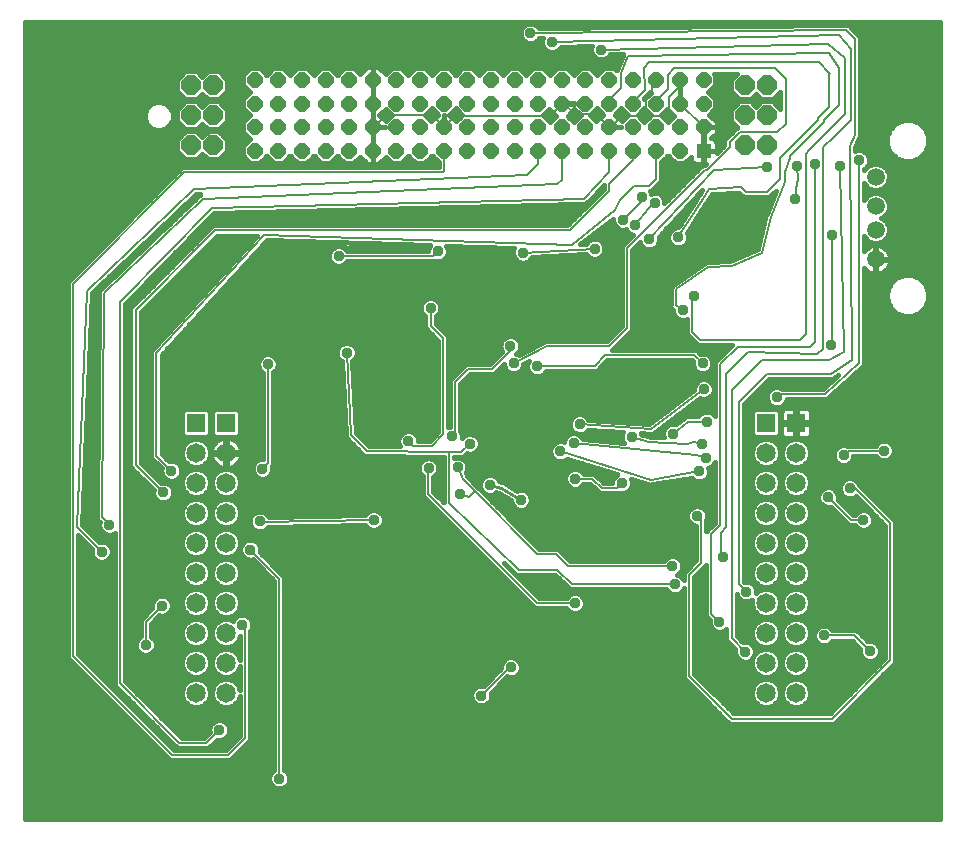
<source format=gbl>
G75*
%MOIN*%
%OFA0B0*%
%FSLAX25Y25*%
%IPPOS*%
%LPD*%
%AMOC8*
5,1,8,0,0,1.08239X$1,22.5*
%
%ADD10R,0.06496X0.06496*%
%ADD11C,0.06496*%
%ADD12OC8,0.06496*%
%ADD13R,0.05079X0.05079*%
%ADD14OC8,0.05079*%
%ADD15C,0.05906*%
%ADD16C,0.03762*%
%ADD17C,0.00600*%
%ADD18C,0.01600*%
%ADD19C,0.01000*%
D10*
X0061800Y0136800D03*
X0071800Y0136800D03*
X0251800Y0136800D03*
X0261800Y0136800D03*
D11*
X0261800Y0126800D03*
X0251800Y0126800D03*
X0251800Y0116800D03*
X0261800Y0116800D03*
X0261800Y0106800D03*
X0251800Y0106800D03*
X0251800Y0096800D03*
X0261800Y0096800D03*
X0261800Y0086800D03*
X0251800Y0086800D03*
X0251800Y0076800D03*
X0261800Y0076800D03*
X0261800Y0066800D03*
X0251800Y0066800D03*
X0251800Y0056800D03*
X0261800Y0056800D03*
X0261800Y0046800D03*
X0251800Y0046800D03*
X0071800Y0046800D03*
X0071800Y0056800D03*
X0061800Y0056800D03*
X0061800Y0046800D03*
X0061800Y0066800D03*
X0061800Y0076800D03*
X0071800Y0076800D03*
X0071800Y0066800D03*
X0071800Y0086800D03*
X0061800Y0086800D03*
X0061800Y0096800D03*
X0061800Y0106800D03*
X0071800Y0106800D03*
X0071800Y0096800D03*
X0071800Y0116800D03*
X0061800Y0116800D03*
X0061800Y0126800D03*
X0071800Y0126800D03*
D12*
X0067548Y0229285D03*
X0060146Y0229285D03*
X0060146Y0239285D03*
X0067548Y0239285D03*
X0067548Y0249285D03*
X0060146Y0249285D03*
X0244752Y0249281D03*
X0252154Y0249281D03*
X0252154Y0239281D03*
X0244752Y0239281D03*
X0244752Y0229281D03*
X0252154Y0229281D03*
D13*
X0230953Y0227474D03*
D14*
X0223079Y0227474D03*
X0215205Y0227474D03*
X0207331Y0227474D03*
X0199457Y0227474D03*
X0191583Y0227474D03*
X0183709Y0227474D03*
X0175835Y0227474D03*
X0167961Y0227474D03*
X0160087Y0227474D03*
X0152213Y0227474D03*
X0144339Y0227474D03*
X0136465Y0227474D03*
X0128591Y0227474D03*
X0120717Y0227474D03*
X0112843Y0227474D03*
X0104969Y0227474D03*
X0097095Y0227474D03*
X0089221Y0227474D03*
X0081347Y0227474D03*
X0081347Y0235348D03*
X0089221Y0235348D03*
X0097095Y0235348D03*
X0104969Y0235348D03*
X0112843Y0235348D03*
X0120717Y0235348D03*
X0128591Y0235348D03*
X0136465Y0235348D03*
X0144339Y0235348D03*
X0152213Y0235348D03*
X0160087Y0235348D03*
X0167961Y0235348D03*
X0175835Y0235348D03*
X0183709Y0235348D03*
X0191583Y0235348D03*
X0199457Y0235348D03*
X0207331Y0235348D03*
X0215205Y0235348D03*
X0223079Y0235348D03*
X0230953Y0235348D03*
X0230953Y0243222D03*
X0223079Y0243222D03*
X0215205Y0243222D03*
X0207331Y0243222D03*
X0199457Y0243222D03*
X0191583Y0243222D03*
X0183709Y0243222D03*
X0175835Y0243222D03*
X0167961Y0243222D03*
X0160087Y0243222D03*
X0152213Y0243222D03*
X0144339Y0243222D03*
X0136465Y0243222D03*
X0128591Y0243222D03*
X0120717Y0243222D03*
X0112843Y0243222D03*
X0104969Y0243222D03*
X0097095Y0243222D03*
X0089221Y0243222D03*
X0081347Y0243222D03*
X0081347Y0251096D03*
X0089221Y0251096D03*
X0097095Y0251096D03*
X0104969Y0251096D03*
X0112843Y0251096D03*
X0120717Y0251096D03*
X0128591Y0251096D03*
X0136465Y0251096D03*
X0144339Y0251096D03*
X0152213Y0251096D03*
X0160087Y0251096D03*
X0167961Y0251096D03*
X0175835Y0251096D03*
X0183709Y0251096D03*
X0191583Y0251096D03*
X0199457Y0251096D03*
X0207331Y0251096D03*
X0215205Y0251096D03*
X0223079Y0251096D03*
X0230953Y0251096D03*
D15*
X0288358Y0218855D03*
X0288358Y0209012D03*
X0288358Y0201138D03*
X0288358Y0191295D03*
D16*
X0273825Y0199350D03*
X0261450Y0211500D03*
X0262125Y0222525D03*
X0267975Y0223200D03*
X0276525Y0222525D03*
X0282825Y0224325D03*
X0252000Y0222075D03*
X0222525Y0198675D03*
X0212850Y0198000D03*
X0208125Y0202725D03*
X0204075Y0204525D03*
X0210375Y0212175D03*
X0214650Y0210150D03*
X0194625Y0194850D03*
X0170775Y0193500D03*
X0142425Y0193950D03*
X0139950Y0175050D03*
X0116550Y0165375D03*
X0112050Y0160200D03*
X0085725Y0156375D03*
X0083925Y0121500D03*
X0083025Y0103950D03*
X0079875Y0094500D03*
X0077175Y0069525D03*
X0050400Y0075825D03*
X0045000Y0062775D03*
X0069525Y0034425D03*
X0089550Y0018225D03*
X0156825Y0045900D03*
X0166725Y0055350D03*
X0188100Y0076725D03*
X0221400Y0083025D03*
X0220500Y0089100D03*
X0237375Y0092250D03*
X0245250Y0080550D03*
X0236250Y0070425D03*
X0244800Y0060525D03*
X0271125Y0065925D03*
X0286425Y0060750D03*
X0284175Y0104400D03*
X0272475Y0112050D03*
X0279675Y0114975D03*
X0277650Y0126000D03*
X0291150Y0127575D03*
X0255375Y0145350D03*
X0231075Y0148050D03*
X0230625Y0156600D03*
X0220275Y0170100D03*
X0224100Y0174375D03*
X0227925Y0179100D03*
X0273600Y0162900D03*
X0231975Y0137250D03*
X0230400Y0129825D03*
X0231750Y0125100D03*
X0229500Y0120600D03*
X0224100Y0116100D03*
X0228825Y0105750D03*
X0203850Y0116775D03*
X0207000Y0132075D03*
X0210150Y0138825D03*
X0220725Y0133200D03*
X0189675Y0136350D03*
X0187650Y0130050D03*
X0183150Y0127350D03*
X0175500Y0124650D03*
X0175275Y0134100D03*
X0155925Y0121500D03*
X0159750Y0116100D03*
X0149625Y0113175D03*
X0148950Y0121950D03*
X0153000Y0129825D03*
X0147150Y0132300D03*
X0139275Y0121725D03*
X0132525Y0130725D03*
X0121050Y0104400D03*
X0136800Y0090000D03*
X0132525Y0081675D03*
X0170100Y0111150D03*
X0188100Y0118125D03*
X0175500Y0155700D03*
X0167625Y0156600D03*
X0166500Y0162450D03*
X0109350Y0192375D03*
X0053550Y0120825D03*
X0050850Y0113625D03*
X0032850Y0102825D03*
X0030375Y0093825D03*
X0196875Y0261225D03*
X0180450Y0263700D03*
X0173250Y0266625D03*
D17*
X0278550Y0267750D01*
X0281475Y0264825D01*
X0281475Y0232650D01*
X0279675Y0229050D01*
X0280575Y0157725D01*
X0273375Y0153225D01*
X0252225Y0153225D01*
X0242775Y0143775D01*
X0242775Y0083025D01*
X0245250Y0080550D01*
X0236250Y0070425D02*
X0233550Y0073125D01*
X0233550Y0099900D01*
X0236475Y0102825D01*
X0236475Y0156375D01*
X0242325Y0162225D01*
X0266400Y0162225D01*
X0267975Y0163800D01*
X0267975Y0223200D01*
X0265050Y0226575D02*
X0265050Y0166275D01*
X0263250Y0164475D01*
X0229725Y0164475D01*
X0227025Y0167175D01*
X0227025Y0178200D01*
X0227925Y0179100D01*
X0224100Y0174375D02*
X0221625Y0175950D01*
X0221850Y0181350D01*
X0232425Y0188775D01*
X0240300Y0189225D01*
X0250425Y0193500D01*
X0253350Y0205425D01*
X0258075Y0217125D01*
X0258075Y0220275D01*
X0259650Y0225000D01*
X0259650Y0225675D01*
X0271125Y0237150D01*
X0271125Y0237825D01*
X0276075Y0242775D01*
X0276075Y0255150D01*
X0272925Y0260100D01*
X0205875Y0259200D01*
X0203400Y0253575D01*
X0203400Y0248400D01*
X0199457Y0244457D01*
X0199457Y0243222D01*
X0195180Y0239625D02*
X0199457Y0235348D01*
X0200248Y0235348D01*
X0203850Y0238950D01*
X0208800Y0238950D01*
X0210262Y0240412D01*
X0211725Y0238950D01*
X0217800Y0238950D01*
X0219600Y0240750D01*
X0219600Y0245475D01*
X0223079Y0248954D01*
X0223079Y0251096D01*
X0221175Y0254925D02*
X0254700Y0254925D01*
X0258300Y0251325D01*
X0258300Y0236475D01*
X0255600Y0233775D01*
X0243000Y0233775D01*
X0239625Y0230400D01*
X0239625Y0228600D01*
X0231975Y0220950D01*
X0231300Y0220950D01*
X0205425Y0195075D01*
X0205425Y0168525D01*
X0199350Y0162450D01*
X0178650Y0162450D01*
X0167625Y0156600D01*
X0166500Y0160875D02*
X0160425Y0154800D01*
X0152325Y0154800D01*
X0148050Y0150525D01*
X0148050Y0133200D01*
X0147150Y0132300D01*
X0144225Y0132975D02*
X0140400Y0129150D01*
X0134100Y0129150D01*
X0132525Y0130725D01*
X0139275Y0121725D02*
X0139050Y0121500D01*
X0139050Y0113175D01*
X0175500Y0076725D01*
X0188100Y0076725D01*
X0186975Y0083025D02*
X0182250Y0087750D01*
X0169425Y0087750D01*
X0146025Y0110250D01*
X0146025Y0126238D01*
X0146041Y0127154D01*
X0150075Y0127125D01*
X0153000Y0129825D01*
X0146041Y0127154D02*
X0118800Y0127350D01*
X0113400Y0132750D01*
X0112050Y0160200D01*
X0085725Y0156375D02*
X0085725Y0123300D01*
X0083925Y0121500D01*
X0083025Y0103950D02*
X0083250Y0103725D01*
X0121050Y0104400D01*
X0149625Y0113175D02*
X0152775Y0112050D01*
X0154688Y0113962D01*
X0150750Y0118125D01*
X0148950Y0121950D01*
X0154688Y0113962D02*
X0175500Y0093150D01*
X0181800Y0093150D01*
X0185850Y0089100D01*
X0220500Y0089100D01*
X0226125Y0086175D02*
X0230175Y0090225D01*
X0230175Y0104400D01*
X0228825Y0105750D01*
X0236925Y0100125D02*
X0236700Y0093150D01*
X0237375Y0092250D01*
X0236925Y0100125D02*
X0238275Y0101925D01*
X0238500Y0153225D01*
X0245700Y0160425D01*
X0268875Y0159750D01*
X0270675Y0161325D01*
X0270900Y0228600D01*
X0274275Y0232200D01*
X0274500Y0232200D01*
X0280125Y0237825D01*
X0280125Y0261450D01*
X0276075Y0265950D01*
X0180450Y0263700D01*
X0196875Y0261225D02*
X0272475Y0263250D01*
X0278100Y0258525D01*
X0278100Y0239625D01*
X0275400Y0236925D01*
X0266175Y0227700D01*
X0265050Y0226575D01*
X0262125Y0222525D02*
X0262575Y0218250D01*
X0261900Y0214875D01*
X0261450Y0211500D01*
X0256500Y0218025D02*
X0252225Y0213750D01*
X0245025Y0213750D01*
X0243450Y0215325D01*
X0232875Y0214650D01*
X0230625Y0211500D01*
X0228825Y0208575D01*
X0222525Y0198675D01*
X0212850Y0198000D02*
X0234450Y0220950D01*
X0252000Y0222075D01*
X0256500Y0225000D02*
X0256500Y0218025D01*
X0256500Y0225000D02*
X0269100Y0237600D01*
X0269100Y0238500D01*
X0272700Y0242100D01*
X0272700Y0253575D01*
X0273150Y0253125D01*
X0272700Y0253575D02*
X0269325Y0256950D01*
X0212850Y0256950D01*
X0211050Y0255150D01*
X0211275Y0247725D01*
X0207331Y0243781D01*
X0207331Y0243222D01*
X0210262Y0240412D02*
X0211725Y0241875D01*
X0211725Y0245700D01*
X0213750Y0247725D01*
X0213750Y0249641D01*
X0215205Y0251096D01*
X0219150Y0252900D02*
X0219150Y0247950D01*
X0215205Y0244005D01*
X0215205Y0243222D01*
X0223079Y0243222D02*
X0230953Y0235348D01*
X0215205Y0227474D02*
X0215205Y0218130D01*
X0212850Y0215775D01*
X0207675Y0215775D01*
X0202950Y0211050D01*
X0201600Y0207675D01*
X0186975Y0196200D01*
X0084600Y0199350D01*
X0048600Y0160200D01*
X0048600Y0125775D01*
X0053550Y0120825D01*
X0050850Y0113625D02*
X0041625Y0122850D01*
X0041625Y0174375D01*
X0068175Y0200925D01*
X0186300Y0200925D01*
X0199350Y0213975D01*
X0199350Y0216450D01*
X0207331Y0224431D01*
X0207331Y0227474D01*
X0199457Y0227474D02*
X0199457Y0220382D01*
X0191025Y0211500D01*
X0067050Y0208575D01*
X0036450Y0177075D01*
X0036450Y0049950D01*
X0056250Y0030150D01*
X0065250Y0030150D01*
X0069525Y0034425D01*
X0072450Y0026100D02*
X0078075Y0031725D01*
X0078075Y0068625D01*
X0077175Y0069525D01*
X0089550Y0084825D02*
X0079875Y0094500D01*
X0089550Y0084825D02*
X0089550Y0018225D01*
X0072450Y0026100D02*
X0053775Y0026100D01*
X0020700Y0059175D01*
X0020700Y0183150D01*
X0057825Y0220275D01*
X0144000Y0220275D01*
X0144339Y0220614D01*
X0144339Y0227474D01*
X0144339Y0235348D02*
X0144339Y0235464D01*
X0148050Y0239175D01*
X0179662Y0239175D01*
X0183709Y0243222D01*
X0184503Y0243222D01*
X0188100Y0239625D01*
X0195180Y0239625D01*
X0183709Y0227474D02*
X0183709Y0217909D01*
X0182250Y0216450D01*
X0064125Y0211500D01*
X0031050Y0180000D01*
X0030375Y0105300D01*
X0032850Y0102825D01*
X0030375Y0093825D02*
X0022050Y0102150D01*
X0025425Y0180900D01*
X0060975Y0214650D01*
X0172125Y0219375D01*
X0175835Y0223085D01*
X0175835Y0227474D01*
X0204075Y0204525D02*
X0210375Y0210825D01*
X0210375Y0212175D01*
X0212625Y0208575D02*
X0214650Y0210150D01*
X0212625Y0208575D02*
X0208125Y0202725D01*
X0194625Y0194850D02*
X0170775Y0193500D01*
X0142425Y0193950D02*
X0140850Y0192375D01*
X0109350Y0192375D01*
X0139950Y0175050D02*
X0139950Y0169200D01*
X0144225Y0164925D01*
X0144225Y0132975D01*
X0175500Y0155700D02*
X0194625Y0155700D01*
X0198225Y0159300D01*
X0227925Y0159300D01*
X0230625Y0156600D01*
X0231075Y0148050D02*
X0213300Y0134775D01*
X0189675Y0136350D01*
X0187650Y0130050D02*
X0228600Y0126000D01*
X0231750Y0125100D01*
X0230400Y0129825D02*
X0227925Y0130275D01*
X0225450Y0129825D01*
X0212850Y0130500D01*
X0207000Y0132075D01*
X0220725Y0133200D02*
X0225675Y0137250D01*
X0231975Y0137250D01*
X0240300Y0147600D02*
X0240300Y0065025D01*
X0244800Y0060525D01*
X0226125Y0052425D02*
X0226125Y0086175D01*
X0221400Y0083025D02*
X0186975Y0083025D01*
X0166725Y0055350D02*
X0166275Y0055350D01*
X0156825Y0045900D01*
X0226125Y0052425D02*
X0240300Y0038250D01*
X0273825Y0038250D01*
X0293175Y0057600D01*
X0293175Y0103275D01*
X0281475Y0114975D01*
X0279675Y0114975D01*
X0272475Y0112050D02*
X0280125Y0104400D01*
X0284175Y0104400D01*
X0277650Y0126000D02*
X0279000Y0127350D01*
X0291150Y0127575D01*
X0271350Y0146475D02*
X0256500Y0146475D01*
X0255375Y0145350D01*
X0271350Y0146475D02*
X0282825Y0156825D01*
X0282825Y0224325D01*
X0276525Y0222525D02*
X0277875Y0160425D01*
X0272700Y0157725D01*
X0250425Y0157725D01*
X0240300Y0147600D01*
X0229500Y0120600D02*
X0213300Y0117900D01*
X0183150Y0127350D01*
X0188100Y0118125D02*
X0193869Y0118125D01*
X0197033Y0114961D01*
X0202036Y0114961D01*
X0203850Y0116775D01*
X0166500Y0160875D02*
X0166500Y0162450D01*
X0144339Y0235348D02*
X0140287Y0239400D01*
X0125100Y0239400D01*
X0121048Y0235348D01*
X0120717Y0235348D01*
X0219150Y0252900D02*
X0221175Y0254925D01*
X0273825Y0199350D02*
X0273825Y0163125D01*
X0273600Y0162900D01*
X0271125Y0065925D02*
X0281250Y0065925D01*
X0286425Y0060750D01*
X0050400Y0075825D02*
X0045000Y0070425D01*
X0045000Y0062775D01*
D18*
X0004900Y0004900D02*
X0004900Y0270354D01*
X0309724Y0270354D01*
X0309724Y0004900D01*
X0004900Y0004900D01*
X0004900Y0004997D02*
X0309724Y0004997D01*
X0309724Y0006596D02*
X0004900Y0006596D01*
X0004900Y0008194D02*
X0309724Y0008194D01*
X0309724Y0009793D02*
X0004900Y0009793D01*
X0004900Y0011391D02*
X0309724Y0011391D01*
X0309724Y0012990D02*
X0004900Y0012990D01*
X0004900Y0014588D02*
X0309724Y0014588D01*
X0309724Y0016187D02*
X0092152Y0016187D01*
X0092332Y0016366D02*
X0092831Y0017572D01*
X0092831Y0018878D01*
X0092332Y0020084D01*
X0091409Y0021007D01*
X0091250Y0021072D01*
X0091250Y0085529D01*
X0083090Y0093689D01*
X0083156Y0093847D01*
X0083156Y0095153D01*
X0082657Y0096359D01*
X0081734Y0097282D01*
X0080528Y0097781D01*
X0079222Y0097781D01*
X0078016Y0097282D01*
X0077093Y0096359D01*
X0076594Y0095153D01*
X0076594Y0093847D01*
X0077093Y0092641D01*
X0078016Y0091718D01*
X0079222Y0091219D01*
X0080528Y0091219D01*
X0080686Y0091285D01*
X0087850Y0084121D01*
X0087850Y0021072D01*
X0087691Y0021007D01*
X0086768Y0020084D01*
X0086269Y0018878D01*
X0086269Y0017572D01*
X0086768Y0016366D01*
X0087691Y0015443D01*
X0088897Y0014944D01*
X0090203Y0014944D01*
X0091409Y0015443D01*
X0092332Y0016366D01*
X0092831Y0017785D02*
X0309724Y0017785D01*
X0309724Y0019384D02*
X0092622Y0019384D01*
X0091433Y0020982D02*
X0309724Y0020982D01*
X0309724Y0022581D02*
X0091250Y0022581D01*
X0091250Y0024179D02*
X0309724Y0024179D01*
X0309724Y0025778D02*
X0091250Y0025778D01*
X0091250Y0027376D02*
X0309724Y0027376D01*
X0309724Y0028975D02*
X0091250Y0028975D01*
X0091250Y0030573D02*
X0309724Y0030573D01*
X0309724Y0032172D02*
X0091250Y0032172D01*
X0091250Y0033770D02*
X0309724Y0033770D01*
X0309724Y0035369D02*
X0091250Y0035369D01*
X0091250Y0036967D02*
X0239179Y0036967D01*
X0239596Y0036550D02*
X0274529Y0036550D01*
X0294875Y0056896D01*
X0294875Y0103979D01*
X0293879Y0104975D01*
X0282765Y0116089D01*
X0282457Y0116834D01*
X0281534Y0117757D01*
X0280328Y0118256D01*
X0279022Y0118256D01*
X0277816Y0117757D01*
X0276893Y0116834D01*
X0276394Y0115628D01*
X0276394Y0114322D01*
X0276893Y0113116D01*
X0277816Y0112193D01*
X0279022Y0111694D01*
X0280328Y0111694D01*
X0281534Y0112193D01*
X0281693Y0112353D01*
X0291475Y0102571D01*
X0291475Y0058304D01*
X0273121Y0039950D01*
X0241004Y0039950D01*
X0227825Y0053129D01*
X0227825Y0085471D01*
X0230879Y0088525D01*
X0231850Y0089496D01*
X0231850Y0072421D01*
X0233035Y0071236D01*
X0232969Y0071078D01*
X0232969Y0069772D01*
X0233468Y0068566D01*
X0234391Y0067643D01*
X0235597Y0067144D01*
X0236903Y0067144D01*
X0238109Y0067643D01*
X0238600Y0068135D01*
X0238600Y0064321D01*
X0241585Y0061336D01*
X0241519Y0061178D01*
X0241519Y0059872D01*
X0242018Y0058666D01*
X0242941Y0057743D01*
X0244147Y0057244D01*
X0245453Y0057244D01*
X0246659Y0057743D01*
X0247514Y0058599D01*
X0247152Y0057725D01*
X0247152Y0055875D01*
X0247860Y0054167D01*
X0249167Y0052860D01*
X0250875Y0052152D01*
X0252725Y0052152D01*
X0254433Y0052860D01*
X0255740Y0054167D01*
X0256448Y0055875D01*
X0256448Y0057725D01*
X0255740Y0059433D01*
X0254433Y0060740D01*
X0252725Y0061448D01*
X0250875Y0061448D01*
X0249167Y0060740D01*
X0247927Y0059500D01*
X0248081Y0059872D01*
X0248081Y0061178D01*
X0247582Y0062384D01*
X0246659Y0063307D01*
X0245453Y0063806D01*
X0244147Y0063806D01*
X0243989Y0063740D01*
X0242000Y0065729D01*
X0242000Y0079822D01*
X0242468Y0078691D01*
X0243391Y0077768D01*
X0244597Y0077269D01*
X0245903Y0077269D01*
X0247109Y0077768D01*
X0247214Y0077874D01*
X0247152Y0077725D01*
X0247152Y0075875D01*
X0247860Y0074167D01*
X0249167Y0072860D01*
X0250875Y0072152D01*
X0252725Y0072152D01*
X0254433Y0072860D01*
X0255740Y0074167D01*
X0256448Y0075875D01*
X0256448Y0077725D01*
X0255740Y0079433D01*
X0254433Y0080740D01*
X0252725Y0081448D01*
X0250875Y0081448D01*
X0249167Y0080740D01*
X0248531Y0080104D01*
X0248531Y0081203D01*
X0248032Y0082409D01*
X0247109Y0083332D01*
X0245903Y0083831D01*
X0244597Y0083831D01*
X0244475Y0083780D01*
X0244475Y0143071D01*
X0252929Y0151525D01*
X0273181Y0151525D01*
X0273679Y0151410D01*
X0273863Y0151525D01*
X0274079Y0151525D01*
X0274440Y0151886D01*
X0275648Y0152641D01*
X0270697Y0148175D01*
X0257129Y0148175D01*
X0256028Y0148631D01*
X0254722Y0148631D01*
X0253516Y0148132D01*
X0252593Y0147209D01*
X0252094Y0146003D01*
X0252094Y0144697D01*
X0252593Y0143491D01*
X0253516Y0142568D01*
X0254722Y0142069D01*
X0256028Y0142069D01*
X0257234Y0142568D01*
X0258157Y0143491D01*
X0258656Y0144697D01*
X0258656Y0144775D01*
X0271306Y0144775D01*
X0271966Y0144741D01*
X0272003Y0144775D01*
X0272054Y0144775D01*
X0272521Y0145242D01*
X0283478Y0155125D01*
X0283529Y0155125D01*
X0283996Y0155592D01*
X0284486Y0156034D01*
X0284489Y0156085D01*
X0284525Y0156121D01*
X0284525Y0156781D01*
X0284559Y0157441D01*
X0284525Y0157478D01*
X0284525Y0188485D01*
X0284733Y0188199D01*
X0285262Y0187670D01*
X0285867Y0187230D01*
X0286533Y0186891D01*
X0287245Y0186659D01*
X0287984Y0186542D01*
X0288174Y0186542D01*
X0288174Y0191111D01*
X0288542Y0191111D01*
X0288542Y0191479D01*
X0293111Y0191479D01*
X0293111Y0191669D01*
X0292994Y0192408D01*
X0292762Y0193120D01*
X0292423Y0193786D01*
X0291983Y0194391D01*
X0291454Y0194920D01*
X0290849Y0195360D01*
X0290182Y0195700D01*
X0289471Y0195931D01*
X0288732Y0196048D01*
X0288542Y0196048D01*
X0288542Y0191479D01*
X0288174Y0191479D01*
X0288174Y0196048D01*
X0287984Y0196048D01*
X0287245Y0195931D01*
X0286533Y0195700D01*
X0285867Y0195360D01*
X0285262Y0194920D01*
X0284733Y0194391D01*
X0284525Y0194105D01*
X0284525Y0199017D01*
X0284668Y0198672D01*
X0285892Y0197448D01*
X0287492Y0196785D01*
X0289224Y0196785D01*
X0290824Y0197448D01*
X0292048Y0198672D01*
X0292711Y0200272D01*
X0292711Y0202004D01*
X0292048Y0203604D01*
X0290824Y0204828D01*
X0290227Y0205075D01*
X0290824Y0205322D01*
X0292048Y0206546D01*
X0292711Y0208146D01*
X0292711Y0209878D01*
X0292048Y0211478D01*
X0290824Y0212702D01*
X0289224Y0213365D01*
X0287492Y0213365D01*
X0285892Y0212702D01*
X0284668Y0211478D01*
X0284525Y0211133D01*
X0284525Y0216734D01*
X0284668Y0216389D01*
X0285892Y0215165D01*
X0287492Y0214502D01*
X0289224Y0214502D01*
X0290824Y0215165D01*
X0292048Y0216389D01*
X0292711Y0217989D01*
X0292711Y0219721D01*
X0292048Y0221321D01*
X0290824Y0222545D01*
X0289224Y0223208D01*
X0287492Y0223208D01*
X0285892Y0222545D01*
X0284668Y0221321D01*
X0284525Y0220976D01*
X0284525Y0221478D01*
X0284684Y0221543D01*
X0285607Y0222466D01*
X0286106Y0223672D01*
X0286106Y0224978D01*
X0285607Y0226184D01*
X0284684Y0227107D01*
X0283478Y0227606D01*
X0282172Y0227606D01*
X0281397Y0227285D01*
X0281380Y0228659D01*
X0282872Y0231643D01*
X0283175Y0231946D01*
X0283175Y0232249D01*
X0283310Y0232520D01*
X0283175Y0232926D01*
X0283175Y0265529D01*
X0282179Y0266525D01*
X0280242Y0268462D01*
X0280242Y0268472D01*
X0279745Y0268959D01*
X0279254Y0269450D01*
X0279244Y0269450D01*
X0279236Y0269457D01*
X0278540Y0269450D01*
X0277846Y0269450D01*
X0277838Y0269442D01*
X0176085Y0268355D01*
X0176032Y0268484D01*
X0175109Y0269407D01*
X0173903Y0269906D01*
X0172597Y0269906D01*
X0171391Y0269407D01*
X0170468Y0268484D01*
X0169969Y0267278D01*
X0169969Y0265972D01*
X0170468Y0264766D01*
X0171391Y0263843D01*
X0172597Y0263344D01*
X0173903Y0263344D01*
X0175109Y0263843D01*
X0176032Y0264766D01*
X0176110Y0264955D01*
X0177424Y0264970D01*
X0177169Y0264353D01*
X0177169Y0263047D01*
X0177668Y0261841D01*
X0178591Y0260918D01*
X0179797Y0260419D01*
X0181103Y0260419D01*
X0182309Y0260918D01*
X0183232Y0261841D01*
X0183325Y0262067D01*
X0193774Y0262313D01*
X0193594Y0261878D01*
X0193594Y0260572D01*
X0194093Y0259366D01*
X0195016Y0258443D01*
X0196222Y0257944D01*
X0197528Y0257944D01*
X0198734Y0258443D01*
X0199657Y0259366D01*
X0199754Y0259602D01*
X0204168Y0259720D01*
X0204170Y0259547D01*
X0201972Y0254552D01*
X0201773Y0254352D01*
X0201089Y0255036D01*
X0197825Y0255036D01*
X0195520Y0252730D01*
X0193215Y0255036D01*
X0189951Y0255036D01*
X0187646Y0252730D01*
X0185341Y0255036D01*
X0182077Y0255036D01*
X0179772Y0252730D01*
X0177467Y0255036D01*
X0174203Y0255036D01*
X0171898Y0252730D01*
X0169593Y0255036D01*
X0166329Y0255036D01*
X0164024Y0252730D01*
X0161719Y0255036D01*
X0158455Y0255036D01*
X0156150Y0252730D01*
X0153845Y0255036D01*
X0150581Y0255036D01*
X0148276Y0252730D01*
X0145971Y0255036D01*
X0142707Y0255036D01*
X0140402Y0252730D01*
X0138097Y0255036D01*
X0134833Y0255036D01*
X0132528Y0252730D01*
X0130223Y0255036D01*
X0126959Y0255036D01*
X0124937Y0253013D01*
X0122514Y0255436D01*
X0120763Y0255436D01*
X0120763Y0251143D01*
X0120670Y0251143D01*
X0120670Y0255436D01*
X0118920Y0255436D01*
X0116497Y0253013D01*
X0114475Y0255036D01*
X0111211Y0255036D01*
X0108906Y0252730D01*
X0106601Y0255036D01*
X0103337Y0255036D01*
X0101032Y0252730D01*
X0098727Y0255036D01*
X0095463Y0255036D01*
X0093158Y0252730D01*
X0090853Y0255036D01*
X0087589Y0255036D01*
X0085284Y0252730D01*
X0082979Y0255036D01*
X0079715Y0255036D01*
X0077407Y0252728D01*
X0077407Y0249465D01*
X0079713Y0247159D01*
X0077407Y0244854D01*
X0077407Y0241591D01*
X0079713Y0239285D01*
X0077407Y0236980D01*
X0077407Y0233716D01*
X0079713Y0231411D01*
X0077407Y0229106D01*
X0077407Y0225842D01*
X0079715Y0223535D01*
X0082979Y0223535D01*
X0085284Y0225840D01*
X0087589Y0223535D01*
X0090853Y0223535D01*
X0093158Y0225840D01*
X0095463Y0223535D01*
X0098727Y0223535D01*
X0101032Y0225840D01*
X0103337Y0223535D01*
X0106601Y0223535D01*
X0108906Y0225840D01*
X0111211Y0223535D01*
X0114475Y0223535D01*
X0116497Y0225557D01*
X0118920Y0223135D01*
X0120670Y0223135D01*
X0120670Y0227428D01*
X0120763Y0227428D01*
X0120763Y0223135D01*
X0122514Y0223135D01*
X0124937Y0225557D01*
X0126959Y0223535D01*
X0130223Y0223535D01*
X0132528Y0225840D01*
X0134833Y0223535D01*
X0138097Y0223535D01*
X0140402Y0225840D01*
X0142639Y0223603D01*
X0142639Y0221975D01*
X0057121Y0221975D01*
X0019996Y0184850D01*
X0019000Y0183854D01*
X0019000Y0058471D01*
X0052075Y0025396D01*
X0053071Y0024400D01*
X0073154Y0024400D01*
X0078779Y0030025D01*
X0079775Y0031021D01*
X0079775Y0067485D01*
X0079957Y0067666D01*
X0080456Y0068872D01*
X0080456Y0070178D01*
X0079957Y0071384D01*
X0079034Y0072307D01*
X0077828Y0072806D01*
X0076522Y0072806D01*
X0075316Y0072307D01*
X0074393Y0071384D01*
X0074172Y0070849D01*
X0072725Y0071448D01*
X0070875Y0071448D01*
X0069167Y0070740D01*
X0067860Y0069433D01*
X0067152Y0067725D01*
X0067152Y0065875D01*
X0067860Y0064167D01*
X0069167Y0062860D01*
X0070875Y0062152D01*
X0072725Y0062152D01*
X0074433Y0062860D01*
X0075740Y0064167D01*
X0076375Y0065699D01*
X0076375Y0057901D01*
X0075740Y0059433D01*
X0074433Y0060740D01*
X0072725Y0061448D01*
X0070875Y0061448D01*
X0069167Y0060740D01*
X0067860Y0059433D01*
X0067152Y0057725D01*
X0067152Y0055875D01*
X0067860Y0054167D01*
X0069167Y0052860D01*
X0070875Y0052152D01*
X0072725Y0052152D01*
X0074433Y0052860D01*
X0075740Y0054167D01*
X0076375Y0055699D01*
X0076375Y0047901D01*
X0075740Y0049433D01*
X0074433Y0050740D01*
X0072725Y0051448D01*
X0070875Y0051448D01*
X0069167Y0050740D01*
X0067860Y0049433D01*
X0067152Y0047725D01*
X0067152Y0045875D01*
X0067860Y0044167D01*
X0069167Y0042860D01*
X0070875Y0042152D01*
X0072725Y0042152D01*
X0074433Y0042860D01*
X0075740Y0044167D01*
X0076375Y0045699D01*
X0076375Y0032429D01*
X0071746Y0027800D01*
X0054479Y0027800D01*
X0022400Y0059879D01*
X0022400Y0099396D01*
X0027160Y0094636D01*
X0027094Y0094478D01*
X0027094Y0093172D01*
X0027593Y0091966D01*
X0028516Y0091043D01*
X0029722Y0090544D01*
X0031028Y0090544D01*
X0032234Y0091043D01*
X0033157Y0091966D01*
X0033656Y0093172D01*
X0033656Y0094478D01*
X0033157Y0095684D01*
X0032234Y0096607D01*
X0031028Y0097106D01*
X0029722Y0097106D01*
X0029564Y0097040D01*
X0023780Y0102824D01*
X0027094Y0180140D01*
X0061684Y0212979D01*
X0063236Y0213045D01*
X0062912Y0212692D01*
X0030376Y0181706D01*
X0030361Y0181706D01*
X0029868Y0181222D01*
X0029368Y0180745D01*
X0029367Y0180730D01*
X0029356Y0180719D01*
X0029350Y0180028D01*
X0029333Y0179337D01*
X0029344Y0179326D01*
X0028681Y0106010D01*
X0028675Y0106004D01*
X0028675Y0105308D01*
X0028669Y0104611D01*
X0028675Y0104605D01*
X0028675Y0104596D01*
X0029168Y0104103D01*
X0029632Y0103630D01*
X0029569Y0103478D01*
X0029569Y0102172D01*
X0030068Y0100966D01*
X0030991Y0100043D01*
X0032197Y0099544D01*
X0033503Y0099544D01*
X0034709Y0100043D01*
X0034750Y0100085D01*
X0034750Y0049246D01*
X0055546Y0028450D01*
X0065954Y0028450D01*
X0068714Y0031210D01*
X0068872Y0031144D01*
X0070178Y0031144D01*
X0071384Y0031643D01*
X0072307Y0032566D01*
X0072806Y0033772D01*
X0072806Y0035078D01*
X0072307Y0036284D01*
X0071384Y0037207D01*
X0070178Y0037706D01*
X0068872Y0037706D01*
X0067666Y0037207D01*
X0066743Y0036284D01*
X0066244Y0035078D01*
X0066244Y0033772D01*
X0066310Y0033614D01*
X0064546Y0031850D01*
X0056954Y0031850D01*
X0038150Y0050654D01*
X0038150Y0176385D01*
X0067785Y0206892D01*
X0190364Y0209784D01*
X0190365Y0209782D01*
X0191063Y0209800D01*
X0191769Y0209817D01*
X0191771Y0209819D01*
X0191773Y0209819D01*
X0192256Y0210327D01*
X0192741Y0210836D01*
X0192741Y0210839D01*
X0197650Y0216009D01*
X0197650Y0214679D01*
X0185596Y0202625D01*
X0067471Y0202625D01*
X0040921Y0176075D01*
X0039925Y0175079D01*
X0039925Y0122146D01*
X0047635Y0114436D01*
X0047569Y0114278D01*
X0047569Y0112972D01*
X0048068Y0111766D01*
X0048991Y0110843D01*
X0050197Y0110344D01*
X0051503Y0110344D01*
X0052709Y0110843D01*
X0053632Y0111766D01*
X0054131Y0112972D01*
X0054131Y0114278D01*
X0053632Y0115484D01*
X0052709Y0116407D01*
X0051503Y0116906D01*
X0050197Y0116906D01*
X0050039Y0116840D01*
X0043325Y0123554D01*
X0043325Y0173671D01*
X0068879Y0199225D01*
X0082176Y0199225D01*
X0047373Y0161377D01*
X0046900Y0160904D01*
X0046900Y0160863D01*
X0046872Y0160832D01*
X0046900Y0160164D01*
X0046900Y0125071D01*
X0050335Y0121636D01*
X0050269Y0121478D01*
X0050269Y0120172D01*
X0050768Y0118966D01*
X0051691Y0118043D01*
X0052897Y0117544D01*
X0054203Y0117544D01*
X0055409Y0118043D01*
X0056332Y0118966D01*
X0056831Y0120172D01*
X0056831Y0121478D01*
X0056332Y0122684D01*
X0055409Y0123607D01*
X0054203Y0124106D01*
X0052897Y0124106D01*
X0052739Y0124040D01*
X0050300Y0126479D01*
X0050300Y0159537D01*
X0085325Y0197627D01*
X0139786Y0195951D01*
X0139643Y0195809D01*
X0139144Y0194603D01*
X0139144Y0194075D01*
X0112197Y0194075D01*
X0112132Y0194234D01*
X0111209Y0195157D01*
X0110003Y0195656D01*
X0108697Y0195656D01*
X0107491Y0195157D01*
X0106568Y0194234D01*
X0106069Y0193028D01*
X0106069Y0191722D01*
X0106568Y0190516D01*
X0107491Y0189593D01*
X0108697Y0189094D01*
X0110003Y0189094D01*
X0111209Y0189593D01*
X0112132Y0190516D01*
X0112197Y0190675D01*
X0141554Y0190675D01*
X0141614Y0190735D01*
X0141772Y0190669D01*
X0143078Y0190669D01*
X0144284Y0191168D01*
X0145207Y0192091D01*
X0145706Y0193297D01*
X0145706Y0194603D01*
X0145217Y0195784D01*
X0167881Y0195087D01*
X0167494Y0194153D01*
X0167494Y0192847D01*
X0167993Y0191641D01*
X0168916Y0190718D01*
X0170122Y0190219D01*
X0171428Y0190219D01*
X0172634Y0190718D01*
X0173557Y0191641D01*
X0173689Y0191962D01*
X0191845Y0192990D01*
X0192766Y0192068D01*
X0193972Y0191569D01*
X0195278Y0191569D01*
X0196484Y0192068D01*
X0197407Y0192991D01*
X0197906Y0194197D01*
X0197906Y0195503D01*
X0197407Y0196709D01*
X0196484Y0197632D01*
X0195278Y0198131D01*
X0193972Y0198131D01*
X0192766Y0197632D01*
X0191843Y0196709D01*
X0191711Y0196388D01*
X0189833Y0196281D01*
X0200794Y0204882D01*
X0200794Y0203872D01*
X0201293Y0202666D01*
X0202216Y0201743D01*
X0203422Y0201244D01*
X0204728Y0201244D01*
X0205120Y0201406D01*
X0205343Y0200866D01*
X0206266Y0199943D01*
X0207414Y0199468D01*
X0204721Y0196775D01*
X0203725Y0195779D01*
X0203725Y0169229D01*
X0198646Y0164150D01*
X0178905Y0164150D01*
X0178475Y0164282D01*
X0178227Y0164150D01*
X0177946Y0164150D01*
X0177628Y0163832D01*
X0169347Y0159438D01*
X0168485Y0159795D01*
X0169282Y0160591D01*
X0169781Y0161797D01*
X0169781Y0163103D01*
X0169282Y0164309D01*
X0168359Y0165232D01*
X0167153Y0165731D01*
X0165847Y0165731D01*
X0164641Y0165232D01*
X0163718Y0164309D01*
X0163219Y0163103D01*
X0163219Y0161797D01*
X0163718Y0160591D01*
X0163765Y0160544D01*
X0159721Y0156500D01*
X0151621Y0156500D01*
X0147346Y0152225D01*
X0146350Y0151229D01*
X0146350Y0135520D01*
X0145925Y0135344D01*
X0145925Y0165629D01*
X0144929Y0166625D01*
X0141650Y0169904D01*
X0141650Y0172203D01*
X0141809Y0172268D01*
X0142732Y0173191D01*
X0143231Y0174397D01*
X0143231Y0175703D01*
X0142732Y0176909D01*
X0141809Y0177832D01*
X0140603Y0178331D01*
X0139297Y0178331D01*
X0138091Y0177832D01*
X0137168Y0176909D01*
X0136669Y0175703D01*
X0136669Y0174397D01*
X0137168Y0173191D01*
X0138091Y0172268D01*
X0138250Y0172203D01*
X0138250Y0168496D01*
X0142525Y0164221D01*
X0142525Y0133679D01*
X0139696Y0130850D01*
X0135806Y0130850D01*
X0135806Y0131378D01*
X0135307Y0132584D01*
X0134384Y0133507D01*
X0133178Y0134006D01*
X0131872Y0134006D01*
X0130666Y0133507D01*
X0129743Y0132584D01*
X0129244Y0131378D01*
X0129244Y0130072D01*
X0129700Y0128972D01*
X0119509Y0129045D01*
X0115066Y0133488D01*
X0113889Y0157410D01*
X0113909Y0157418D01*
X0114832Y0158341D01*
X0115331Y0159547D01*
X0115331Y0160853D01*
X0114832Y0162059D01*
X0113909Y0162982D01*
X0112703Y0163481D01*
X0111397Y0163481D01*
X0110191Y0162982D01*
X0109268Y0162059D01*
X0108769Y0160853D01*
X0108769Y0159547D01*
X0109268Y0158341D01*
X0110191Y0157418D01*
X0110491Y0157294D01*
X0111700Y0132708D01*
X0111700Y0132046D01*
X0111734Y0132012D01*
X0111737Y0131963D01*
X0112228Y0131518D01*
X0117594Y0126152D01*
X0118084Y0125655D01*
X0118091Y0125655D01*
X0118096Y0125650D01*
X0118793Y0125650D01*
X0144325Y0125466D01*
X0144325Y0110935D01*
X0144312Y0110921D01*
X0144324Y0110306D01*
X0140750Y0113879D01*
X0140750Y0118785D01*
X0141134Y0118943D01*
X0142057Y0119866D01*
X0142556Y0121072D01*
X0142556Y0122378D01*
X0142057Y0123584D01*
X0141134Y0124507D01*
X0139928Y0125006D01*
X0138622Y0125006D01*
X0137416Y0124507D01*
X0136493Y0123584D01*
X0135994Y0122378D01*
X0135994Y0121072D01*
X0136493Y0119866D01*
X0137350Y0119010D01*
X0137350Y0112471D01*
X0138346Y0111475D01*
X0174796Y0075025D01*
X0185253Y0075025D01*
X0185318Y0074866D01*
X0186241Y0073943D01*
X0187447Y0073444D01*
X0188753Y0073444D01*
X0189959Y0073943D01*
X0190882Y0074866D01*
X0191381Y0076072D01*
X0191381Y0077378D01*
X0190882Y0078584D01*
X0189959Y0079507D01*
X0188753Y0080006D01*
X0187447Y0080006D01*
X0186241Y0079507D01*
X0185318Y0078584D01*
X0185253Y0078425D01*
X0176204Y0078425D01*
X0164550Y0090079D01*
X0168234Y0086536D01*
X0168721Y0086050D01*
X0168740Y0086050D01*
X0168754Y0086037D01*
X0169441Y0086050D01*
X0181546Y0086050D01*
X0186271Y0081325D01*
X0218553Y0081325D01*
X0218618Y0081166D01*
X0219541Y0080243D01*
X0220747Y0079744D01*
X0222053Y0079744D01*
X0223259Y0080243D01*
X0224182Y0081166D01*
X0224425Y0081754D01*
X0224425Y0051721D01*
X0225421Y0050725D01*
X0239596Y0036550D01*
X0237580Y0038566D02*
X0091250Y0038566D01*
X0091250Y0040164D02*
X0235982Y0040164D01*
X0234383Y0041763D02*
X0091250Y0041763D01*
X0091250Y0043361D02*
X0154724Y0043361D01*
X0154966Y0043118D02*
X0156172Y0042619D01*
X0157478Y0042619D01*
X0158684Y0043118D01*
X0159607Y0044041D01*
X0160106Y0045247D01*
X0160106Y0046553D01*
X0160040Y0046711D01*
X0165596Y0052266D01*
X0166072Y0052069D01*
X0167378Y0052069D01*
X0168584Y0052568D01*
X0169507Y0053491D01*
X0170006Y0054697D01*
X0170006Y0056003D01*
X0169507Y0057209D01*
X0168584Y0058132D01*
X0167378Y0058631D01*
X0166072Y0058631D01*
X0164866Y0058132D01*
X0163943Y0057209D01*
X0163444Y0056003D01*
X0163444Y0054923D01*
X0157636Y0049115D01*
X0157478Y0049181D01*
X0156172Y0049181D01*
X0154966Y0048682D01*
X0154043Y0047759D01*
X0153544Y0046553D01*
X0153544Y0045247D01*
X0154043Y0044041D01*
X0154966Y0043118D01*
X0153663Y0044960D02*
X0091250Y0044960D01*
X0091250Y0046558D02*
X0153546Y0046558D01*
X0154442Y0048157D02*
X0091250Y0048157D01*
X0091250Y0049755D02*
X0158276Y0049755D01*
X0159875Y0051354D02*
X0091250Y0051354D01*
X0091250Y0052952D02*
X0161473Y0052952D01*
X0163072Y0054551D02*
X0091250Y0054551D01*
X0091250Y0056149D02*
X0163505Y0056149D01*
X0164483Y0057748D02*
X0091250Y0057748D01*
X0091250Y0059346D02*
X0224425Y0059346D01*
X0224425Y0057748D02*
X0168967Y0057748D01*
X0169945Y0056149D02*
X0224425Y0056149D01*
X0224425Y0054551D02*
X0169945Y0054551D01*
X0168968Y0052952D02*
X0224425Y0052952D01*
X0224792Y0051354D02*
X0164683Y0051354D01*
X0163084Y0049755D02*
X0226390Y0049755D01*
X0225421Y0050725D02*
X0225421Y0050725D01*
X0228002Y0052952D02*
X0249074Y0052952D01*
X0247701Y0054551D02*
X0227825Y0054551D01*
X0227825Y0056149D02*
X0247152Y0056149D01*
X0247162Y0057748D02*
X0246663Y0057748D01*
X0242937Y0057748D02*
X0227825Y0057748D01*
X0227825Y0059346D02*
X0241737Y0059346D01*
X0241519Y0060945D02*
X0227825Y0060945D01*
X0227825Y0062543D02*
X0240377Y0062543D01*
X0238779Y0064142D02*
X0227825Y0064142D01*
X0227825Y0065740D02*
X0238600Y0065740D01*
X0238600Y0067339D02*
X0237374Y0067339D01*
X0235126Y0067339D02*
X0227825Y0067339D01*
X0227825Y0068937D02*
X0233315Y0068937D01*
X0232969Y0070536D02*
X0227825Y0070536D01*
X0227825Y0072134D02*
X0232136Y0072134D01*
X0231850Y0073733D02*
X0227825Y0073733D01*
X0227825Y0075332D02*
X0231850Y0075332D01*
X0231850Y0076930D02*
X0227825Y0076930D01*
X0227825Y0078529D02*
X0231850Y0078529D01*
X0231850Y0080127D02*
X0227825Y0080127D01*
X0227825Y0081726D02*
X0231850Y0081726D01*
X0231850Y0083324D02*
X0227825Y0083324D01*
X0227825Y0084923D02*
X0231850Y0084923D01*
X0231850Y0086521D02*
X0228875Y0086521D01*
X0230474Y0088120D02*
X0231850Y0088120D01*
X0228475Y0090929D02*
X0224425Y0086879D01*
X0224425Y0084296D01*
X0224182Y0084884D01*
X0223259Y0085807D01*
X0222191Y0086249D01*
X0222359Y0086318D01*
X0223282Y0087241D01*
X0223781Y0088447D01*
X0223781Y0089753D01*
X0223282Y0090959D01*
X0222359Y0091882D01*
X0221153Y0092381D01*
X0219847Y0092381D01*
X0218641Y0091882D01*
X0217718Y0090959D01*
X0217653Y0090800D01*
X0186554Y0090800D01*
X0183500Y0093854D01*
X0182504Y0094850D01*
X0176204Y0094850D01*
X0156387Y0114667D01*
X0155906Y0115148D01*
X0152172Y0119095D01*
X0151712Y0120072D01*
X0151732Y0120091D01*
X0152231Y0121297D01*
X0152231Y0122603D01*
X0151732Y0123809D01*
X0150809Y0124732D01*
X0149603Y0125231D01*
X0148297Y0125231D01*
X0147725Y0124994D01*
X0147725Y0125442D01*
X0150035Y0125425D01*
X0150711Y0125398D01*
X0150734Y0125420D01*
X0150767Y0125420D01*
X0151249Y0125895D01*
X0152074Y0126657D01*
X0152347Y0126544D01*
X0153653Y0126544D01*
X0154859Y0127043D01*
X0155782Y0127966D01*
X0156281Y0129172D01*
X0156281Y0130478D01*
X0155782Y0131684D01*
X0154859Y0132607D01*
X0153653Y0133106D01*
X0152347Y0133106D01*
X0151141Y0132607D01*
X0150431Y0131896D01*
X0150431Y0132953D01*
X0149932Y0134159D01*
X0149750Y0134340D01*
X0149750Y0149821D01*
X0153029Y0153100D01*
X0161129Y0153100D01*
X0162125Y0154096D01*
X0164344Y0156315D01*
X0164344Y0155947D01*
X0164843Y0154741D01*
X0165766Y0153818D01*
X0166972Y0153319D01*
X0168278Y0153319D01*
X0169484Y0153818D01*
X0170407Y0154741D01*
X0170906Y0155947D01*
X0170906Y0156416D01*
X0172623Y0157327D01*
X0172219Y0156353D01*
X0172219Y0155047D01*
X0172718Y0153841D01*
X0173641Y0152918D01*
X0174847Y0152419D01*
X0176153Y0152419D01*
X0177359Y0152918D01*
X0178282Y0153841D01*
X0178347Y0154000D01*
X0195329Y0154000D01*
X0198929Y0157600D01*
X0227221Y0157600D01*
X0227410Y0157411D01*
X0227344Y0157253D01*
X0227344Y0155947D01*
X0227843Y0154741D01*
X0228766Y0153818D01*
X0229972Y0153319D01*
X0231278Y0153319D01*
X0232484Y0153818D01*
X0233407Y0154741D01*
X0233906Y0155947D01*
X0233906Y0157253D01*
X0233407Y0158459D01*
X0232484Y0159382D01*
X0231278Y0159881D01*
X0229972Y0159881D01*
X0229814Y0159815D01*
X0228629Y0161000D01*
X0200304Y0161000D01*
X0201050Y0161746D01*
X0207125Y0167821D01*
X0207125Y0194371D01*
X0209725Y0196971D01*
X0210068Y0196141D01*
X0210991Y0195218D01*
X0212197Y0194719D01*
X0213503Y0194719D01*
X0214709Y0195218D01*
X0215632Y0196141D01*
X0216131Y0197347D01*
X0216131Y0198653D01*
X0216030Y0198898D01*
X0230568Y0214345D01*
X0229612Y0213006D01*
X0229546Y0212991D01*
X0229208Y0212441D01*
X0228832Y0211915D01*
X0228843Y0211849D01*
X0227384Y0209477D01*
X0222598Y0201956D01*
X0221872Y0201956D01*
X0220666Y0201457D01*
X0219743Y0200534D01*
X0219244Y0199328D01*
X0219244Y0198022D01*
X0219743Y0196816D01*
X0220666Y0195893D01*
X0221872Y0195394D01*
X0223178Y0195394D01*
X0224384Y0195893D01*
X0225307Y0196816D01*
X0225806Y0198022D01*
X0225806Y0199328D01*
X0225471Y0200137D01*
X0229889Y0207081D01*
X0229904Y0207084D01*
X0230266Y0207673D01*
X0230637Y0208256D01*
X0230634Y0208271D01*
X0232042Y0210559D01*
X0233789Y0213005D01*
X0242791Y0213580D01*
X0244321Y0212050D01*
X0252929Y0212050D01*
X0253925Y0213046D01*
X0255048Y0214168D01*
X0251985Y0206586D01*
X0251867Y0206514D01*
X0251728Y0205948D01*
X0251510Y0205409D01*
X0251564Y0205281D01*
X0248977Y0194734D01*
X0239910Y0190905D01*
X0232524Y0190483D01*
X0232024Y0190571D01*
X0231844Y0190445D01*
X0231625Y0190432D01*
X0231287Y0190053D01*
X0221345Y0183073D01*
X0221217Y0183078D01*
X0220781Y0182677D01*
X0220297Y0182337D01*
X0220275Y0182211D01*
X0220181Y0182124D01*
X0220156Y0181533D01*
X0220054Y0180949D01*
X0220127Y0180845D01*
X0219945Y0176477D01*
X0219813Y0176269D01*
X0219917Y0175798D01*
X0219897Y0175317D01*
X0220065Y0175135D01*
X0220118Y0174894D01*
X0220525Y0174635D01*
X0220819Y0174315D01*
X0220819Y0173722D01*
X0221318Y0172516D01*
X0222241Y0171593D01*
X0223447Y0171094D01*
X0224753Y0171094D01*
X0225325Y0171331D01*
X0225325Y0166471D01*
X0226321Y0165475D01*
X0229021Y0162775D01*
X0240471Y0162775D01*
X0235771Y0158075D01*
X0234775Y0157079D01*
X0234775Y0139064D01*
X0234757Y0139109D01*
X0233834Y0140032D01*
X0232628Y0140531D01*
X0231322Y0140531D01*
X0230116Y0140032D01*
X0229193Y0139109D01*
X0229128Y0138950D01*
X0225760Y0138950D01*
X0225143Y0139012D01*
X0225068Y0138950D01*
X0224971Y0138950D01*
X0224533Y0138512D01*
X0221824Y0136296D01*
X0221378Y0136481D01*
X0220072Y0136481D01*
X0218866Y0135982D01*
X0217943Y0135059D01*
X0217444Y0133853D01*
X0217444Y0132547D01*
X0217694Y0131943D01*
X0213119Y0132188D01*
X0210176Y0132980D01*
X0210049Y0133288D01*
X0213121Y0133083D01*
X0213753Y0132992D01*
X0213814Y0133037D01*
X0213890Y0133032D01*
X0214370Y0133452D01*
X0229844Y0145009D01*
X0230422Y0144769D01*
X0231728Y0144769D01*
X0232934Y0145268D01*
X0233857Y0146191D01*
X0234356Y0147397D01*
X0234356Y0148703D01*
X0233857Y0149909D01*
X0232934Y0150832D01*
X0231728Y0151331D01*
X0230422Y0151331D01*
X0229216Y0150832D01*
X0228293Y0149909D01*
X0227794Y0148703D01*
X0227794Y0147721D01*
X0212786Y0136513D01*
X0192602Y0137859D01*
X0192457Y0138209D01*
X0191534Y0139132D01*
X0190328Y0139631D01*
X0189022Y0139631D01*
X0187816Y0139132D01*
X0186893Y0138209D01*
X0186394Y0137003D01*
X0186394Y0135697D01*
X0186893Y0134491D01*
X0187816Y0133568D01*
X0189022Y0133069D01*
X0190328Y0133069D01*
X0191534Y0133568D01*
X0192428Y0134463D01*
X0204115Y0133684D01*
X0203719Y0132728D01*
X0203719Y0131422D01*
X0204218Y0130216D01*
X0204326Y0130109D01*
X0190615Y0131465D01*
X0190432Y0131909D01*
X0189509Y0132832D01*
X0188303Y0133331D01*
X0186997Y0133331D01*
X0185791Y0132832D01*
X0184868Y0131909D01*
X0184369Y0130703D01*
X0184369Y0130397D01*
X0183803Y0130631D01*
X0182497Y0130631D01*
X0181291Y0130132D01*
X0180368Y0129209D01*
X0179869Y0128003D01*
X0179869Y0126697D01*
X0180368Y0125491D01*
X0181291Y0124568D01*
X0182497Y0124069D01*
X0183803Y0124069D01*
X0185009Y0124568D01*
X0185326Y0124886D01*
X0202138Y0119617D01*
X0201991Y0119557D01*
X0201068Y0118634D01*
X0200569Y0117428D01*
X0200569Y0116661D01*
X0197737Y0116661D01*
X0194573Y0119825D01*
X0190947Y0119825D01*
X0190882Y0119984D01*
X0189959Y0120907D01*
X0188753Y0121406D01*
X0187447Y0121406D01*
X0186241Y0120907D01*
X0185318Y0119984D01*
X0184819Y0118778D01*
X0184819Y0117472D01*
X0185318Y0116266D01*
X0186241Y0115343D01*
X0187447Y0114844D01*
X0188753Y0114844D01*
X0189959Y0115343D01*
X0190882Y0116266D01*
X0190947Y0116425D01*
X0193165Y0116425D01*
X0195333Y0114257D01*
X0196329Y0113261D01*
X0202740Y0113261D01*
X0203039Y0113560D01*
X0203197Y0113494D01*
X0204503Y0113494D01*
X0205709Y0113993D01*
X0206632Y0114916D01*
X0207131Y0116122D01*
X0207131Y0117428D01*
X0206834Y0118145D01*
X0212533Y0116359D01*
X0212885Y0116107D01*
X0213179Y0116156D01*
X0213463Y0116067D01*
X0213847Y0116268D01*
X0227000Y0118460D01*
X0227641Y0117818D01*
X0228847Y0117319D01*
X0230153Y0117319D01*
X0231359Y0117818D01*
X0232282Y0118741D01*
X0232781Y0119947D01*
X0232781Y0121253D01*
X0232525Y0121870D01*
X0233609Y0122318D01*
X0234532Y0123241D01*
X0234775Y0123829D01*
X0234775Y0103529D01*
X0231875Y0100629D01*
X0231875Y0104539D01*
X0232106Y0105097D01*
X0232106Y0106403D01*
X0231607Y0107609D01*
X0230684Y0108532D01*
X0229478Y0109031D01*
X0228172Y0109031D01*
X0226966Y0108532D01*
X0226043Y0107609D01*
X0225544Y0106403D01*
X0225544Y0105097D01*
X0226043Y0103891D01*
X0226966Y0102968D01*
X0228172Y0102469D01*
X0228475Y0102469D01*
X0228475Y0090929D01*
X0228475Y0091317D02*
X0222924Y0091317D01*
X0223781Y0089718D02*
X0227264Y0089718D01*
X0225665Y0088120D02*
X0223645Y0088120D01*
X0224425Y0086521D02*
X0222561Y0086521D01*
X0224143Y0084923D02*
X0224425Y0084923D01*
X0224413Y0081726D02*
X0224425Y0081726D01*
X0224425Y0080127D02*
X0222978Y0080127D01*
X0224425Y0078529D02*
X0190904Y0078529D01*
X0191381Y0076930D02*
X0224425Y0076930D01*
X0224425Y0075332D02*
X0191074Y0075332D01*
X0189451Y0073733D02*
X0224425Y0073733D01*
X0224425Y0072134D02*
X0091250Y0072134D01*
X0091250Y0070536D02*
X0224425Y0070536D01*
X0224425Y0068937D02*
X0091250Y0068937D01*
X0091250Y0067339D02*
X0224425Y0067339D01*
X0224425Y0065740D02*
X0091250Y0065740D01*
X0091250Y0064142D02*
X0224425Y0064142D01*
X0224425Y0062543D02*
X0091250Y0062543D01*
X0091250Y0060945D02*
X0224425Y0060945D01*
X0229600Y0051354D02*
X0250648Y0051354D01*
X0250875Y0051448D02*
X0249167Y0050740D01*
X0247860Y0049433D01*
X0247152Y0047725D01*
X0247152Y0045875D01*
X0247860Y0044167D01*
X0249167Y0042860D01*
X0250875Y0042152D01*
X0252725Y0042152D01*
X0254433Y0042860D01*
X0255740Y0044167D01*
X0256448Y0045875D01*
X0256448Y0047725D01*
X0255740Y0049433D01*
X0254433Y0050740D01*
X0252725Y0051448D01*
X0250875Y0051448D01*
X0252952Y0051354D02*
X0260648Y0051354D01*
X0260875Y0051448D02*
X0259167Y0050740D01*
X0257860Y0049433D01*
X0257152Y0047725D01*
X0257152Y0045875D01*
X0257860Y0044167D01*
X0259167Y0042860D01*
X0260875Y0042152D01*
X0262725Y0042152D01*
X0264433Y0042860D01*
X0265740Y0044167D01*
X0266448Y0045875D01*
X0266448Y0047725D01*
X0265740Y0049433D01*
X0264433Y0050740D01*
X0262725Y0051448D01*
X0260875Y0051448D01*
X0260875Y0052152D02*
X0262725Y0052152D01*
X0264433Y0052860D01*
X0265740Y0054167D01*
X0266448Y0055875D01*
X0266448Y0057725D01*
X0265740Y0059433D01*
X0264433Y0060740D01*
X0262725Y0061448D01*
X0260875Y0061448D01*
X0259167Y0060740D01*
X0257860Y0059433D01*
X0257152Y0057725D01*
X0257152Y0055875D01*
X0257860Y0054167D01*
X0259167Y0052860D01*
X0260875Y0052152D01*
X0259074Y0052952D02*
X0254526Y0052952D01*
X0255899Y0054551D02*
X0257701Y0054551D01*
X0257152Y0056149D02*
X0256448Y0056149D01*
X0256438Y0057748D02*
X0257162Y0057748D01*
X0257824Y0059346D02*
X0255776Y0059346D01*
X0253939Y0060945D02*
X0259661Y0060945D01*
X0259930Y0062543D02*
X0253670Y0062543D01*
X0254433Y0062860D02*
X0255740Y0064167D01*
X0256448Y0065875D01*
X0256448Y0067725D01*
X0255740Y0069433D01*
X0254433Y0070740D01*
X0252725Y0071448D01*
X0250875Y0071448D01*
X0249167Y0070740D01*
X0247860Y0069433D01*
X0247152Y0067725D01*
X0247152Y0065875D01*
X0247860Y0064167D01*
X0249167Y0062860D01*
X0250875Y0062152D01*
X0252725Y0062152D01*
X0254433Y0062860D01*
X0255715Y0064142D02*
X0257885Y0064142D01*
X0257860Y0064167D02*
X0259167Y0062860D01*
X0260875Y0062152D01*
X0262725Y0062152D01*
X0264433Y0062860D01*
X0265740Y0064167D01*
X0266448Y0065875D01*
X0266448Y0067725D01*
X0265740Y0069433D01*
X0264433Y0070740D01*
X0262725Y0071448D01*
X0260875Y0071448D01*
X0259167Y0070740D01*
X0257860Y0069433D01*
X0257152Y0067725D01*
X0257152Y0065875D01*
X0257860Y0064167D01*
X0257208Y0065740D02*
X0256392Y0065740D01*
X0256448Y0067339D02*
X0257152Y0067339D01*
X0257654Y0068937D02*
X0255946Y0068937D01*
X0254637Y0070536D02*
X0258963Y0070536D01*
X0259167Y0072860D02*
X0257860Y0074167D01*
X0257152Y0075875D01*
X0257152Y0077725D01*
X0257860Y0079433D01*
X0259167Y0080740D01*
X0260875Y0081448D01*
X0262725Y0081448D01*
X0264433Y0080740D01*
X0265740Y0079433D01*
X0266448Y0077725D01*
X0266448Y0075875D01*
X0265740Y0074167D01*
X0264433Y0072860D01*
X0262725Y0072152D01*
X0260875Y0072152D01*
X0259167Y0072860D01*
X0258294Y0073733D02*
X0255306Y0073733D01*
X0256223Y0075332D02*
X0257377Y0075332D01*
X0257152Y0076930D02*
X0256448Y0076930D01*
X0256115Y0078529D02*
X0257485Y0078529D01*
X0258554Y0080127D02*
X0255046Y0080127D01*
X0254433Y0082860D02*
X0255740Y0084167D01*
X0256448Y0085875D01*
X0256448Y0087725D01*
X0255740Y0089433D01*
X0254433Y0090740D01*
X0252725Y0091448D01*
X0250875Y0091448D01*
X0249167Y0090740D01*
X0247860Y0089433D01*
X0247152Y0087725D01*
X0247152Y0085875D01*
X0247860Y0084167D01*
X0249167Y0082860D01*
X0250875Y0082152D01*
X0252725Y0082152D01*
X0254433Y0082860D01*
X0254897Y0083324D02*
X0258703Y0083324D01*
X0259167Y0082860D02*
X0260875Y0082152D01*
X0262725Y0082152D01*
X0264433Y0082860D01*
X0265740Y0084167D01*
X0266448Y0085875D01*
X0266448Y0087725D01*
X0265740Y0089433D01*
X0264433Y0090740D01*
X0262725Y0091448D01*
X0260875Y0091448D01*
X0259167Y0090740D01*
X0257860Y0089433D01*
X0257152Y0087725D01*
X0257152Y0085875D01*
X0257860Y0084167D01*
X0259167Y0082860D01*
X0257547Y0084923D02*
X0256053Y0084923D01*
X0256448Y0086521D02*
X0257152Y0086521D01*
X0257316Y0088120D02*
X0256284Y0088120D01*
X0255455Y0089718D02*
X0258145Y0089718D01*
X0260558Y0091317D02*
X0253042Y0091317D01*
X0252725Y0092152D02*
X0254433Y0092860D01*
X0255740Y0094167D01*
X0256448Y0095875D01*
X0256448Y0097725D01*
X0255740Y0099433D01*
X0254433Y0100740D01*
X0252725Y0101448D01*
X0250875Y0101448D01*
X0249167Y0100740D01*
X0247860Y0099433D01*
X0247152Y0097725D01*
X0247152Y0095875D01*
X0247860Y0094167D01*
X0249167Y0092860D01*
X0250875Y0092152D01*
X0252725Y0092152D01*
X0254488Y0092915D02*
X0259112Y0092915D01*
X0259167Y0092860D02*
X0260875Y0092152D01*
X0262725Y0092152D01*
X0264433Y0092860D01*
X0265740Y0094167D01*
X0266448Y0095875D01*
X0266448Y0097725D01*
X0265740Y0099433D01*
X0264433Y0100740D01*
X0262725Y0101448D01*
X0260875Y0101448D01*
X0259167Y0100740D01*
X0257860Y0099433D01*
X0257152Y0097725D01*
X0257152Y0095875D01*
X0257860Y0094167D01*
X0259167Y0092860D01*
X0257716Y0094514D02*
X0255884Y0094514D01*
X0256448Y0096112D02*
X0257152Y0096112D01*
X0257152Y0097711D02*
X0256448Y0097711D01*
X0255792Y0099309D02*
X0257808Y0099309D01*
X0259571Y0100908D02*
X0254029Y0100908D01*
X0253580Y0102506D02*
X0260020Y0102506D01*
X0259167Y0102860D02*
X0260875Y0102152D01*
X0262725Y0102152D01*
X0264433Y0102860D01*
X0265740Y0104167D01*
X0266448Y0105875D01*
X0266448Y0107725D01*
X0265740Y0109433D01*
X0264433Y0110740D01*
X0262725Y0111448D01*
X0260875Y0111448D01*
X0259167Y0110740D01*
X0257860Y0109433D01*
X0257152Y0107725D01*
X0257152Y0105875D01*
X0257860Y0104167D01*
X0259167Y0102860D01*
X0257922Y0104105D02*
X0255678Y0104105D01*
X0255740Y0104167D02*
X0256448Y0105875D01*
X0256448Y0107725D01*
X0255740Y0109433D01*
X0254433Y0110740D01*
X0252725Y0111448D01*
X0250875Y0111448D01*
X0249167Y0110740D01*
X0247860Y0109433D01*
X0247152Y0107725D01*
X0247152Y0105875D01*
X0247860Y0104167D01*
X0249167Y0102860D01*
X0250875Y0102152D01*
X0252725Y0102152D01*
X0254433Y0102860D01*
X0255740Y0104167D01*
X0256377Y0105703D02*
X0257223Y0105703D01*
X0257152Y0107302D02*
X0256448Y0107302D01*
X0255961Y0108900D02*
X0257639Y0108900D01*
X0258925Y0110499D02*
X0254675Y0110499D01*
X0254433Y0112860D02*
X0252725Y0112152D01*
X0250875Y0112152D01*
X0249167Y0112860D01*
X0247860Y0114167D01*
X0247152Y0115875D01*
X0247152Y0117725D01*
X0247860Y0119433D01*
X0249167Y0120740D01*
X0250875Y0121448D01*
X0252725Y0121448D01*
X0254433Y0120740D01*
X0255740Y0119433D01*
X0256448Y0117725D01*
X0256448Y0115875D01*
X0255740Y0114167D01*
X0254433Y0112860D01*
X0255269Y0113696D02*
X0258331Y0113696D01*
X0257860Y0114167D02*
X0259167Y0112860D01*
X0260875Y0112152D01*
X0262725Y0112152D01*
X0264433Y0112860D01*
X0265740Y0114167D01*
X0266448Y0115875D01*
X0266448Y0117725D01*
X0265740Y0119433D01*
X0264433Y0120740D01*
X0262725Y0121448D01*
X0260875Y0121448D01*
X0259167Y0120740D01*
X0257860Y0119433D01*
X0257152Y0117725D01*
X0257152Y0115875D01*
X0257860Y0114167D01*
X0257393Y0115294D02*
X0256207Y0115294D01*
X0256448Y0116893D02*
X0257152Y0116893D01*
X0257470Y0118491D02*
X0256130Y0118491D01*
X0255083Y0120090D02*
X0258517Y0120090D01*
X0259167Y0122860D02*
X0260875Y0122152D01*
X0262725Y0122152D01*
X0264433Y0122860D01*
X0265740Y0124167D01*
X0266448Y0125875D01*
X0266448Y0127725D01*
X0265740Y0129433D01*
X0264433Y0130740D01*
X0262725Y0131448D01*
X0260875Y0131448D01*
X0259167Y0130740D01*
X0257860Y0129433D01*
X0257152Y0127725D01*
X0257152Y0125875D01*
X0257860Y0124167D01*
X0259167Y0122860D01*
X0258740Y0123287D02*
X0254860Y0123287D01*
X0254433Y0122860D02*
X0255740Y0124167D01*
X0256448Y0125875D01*
X0256448Y0127725D01*
X0255740Y0129433D01*
X0254433Y0130740D01*
X0252725Y0131448D01*
X0250875Y0131448D01*
X0249167Y0130740D01*
X0247860Y0129433D01*
X0247152Y0127725D01*
X0247152Y0125875D01*
X0247860Y0124167D01*
X0249167Y0122860D01*
X0250875Y0122152D01*
X0252725Y0122152D01*
X0254433Y0122860D01*
X0256038Y0124885D02*
X0257562Y0124885D01*
X0257152Y0126484D02*
X0256448Y0126484D01*
X0256300Y0128082D02*
X0257300Y0128082D01*
X0258108Y0129681D02*
X0255492Y0129681D01*
X0255628Y0132152D02*
X0256448Y0132972D01*
X0256448Y0140628D01*
X0255628Y0141448D01*
X0247972Y0141448D01*
X0247152Y0140628D01*
X0247152Y0132972D01*
X0247972Y0132152D01*
X0255628Y0132152D01*
X0256354Y0132878D02*
X0256869Y0132878D01*
X0256875Y0132857D02*
X0257112Y0132447D01*
X0257447Y0132112D01*
X0257857Y0131875D01*
X0258315Y0131752D01*
X0261517Y0131752D01*
X0261517Y0136517D01*
X0262083Y0136517D01*
X0262083Y0137083D01*
X0261517Y0137083D01*
X0261517Y0141848D01*
X0258315Y0141848D01*
X0257857Y0141725D01*
X0257447Y0141488D01*
X0257112Y0141153D01*
X0256875Y0140743D01*
X0256752Y0140285D01*
X0256752Y0137083D01*
X0261517Y0137083D01*
X0261517Y0136517D01*
X0256752Y0136517D01*
X0256752Y0133315D01*
X0256875Y0132857D01*
X0256752Y0134476D02*
X0256448Y0134476D01*
X0256448Y0136075D02*
X0256752Y0136075D01*
X0256752Y0137673D02*
X0256448Y0137673D01*
X0256448Y0139272D02*
X0256752Y0139272D01*
X0256948Y0140870D02*
X0256205Y0140870D01*
X0256994Y0142469D02*
X0309724Y0142469D01*
X0309724Y0140870D02*
X0266652Y0140870D01*
X0266725Y0140743D02*
X0266488Y0141153D01*
X0266153Y0141488D01*
X0265743Y0141725D01*
X0265285Y0141848D01*
X0262083Y0141848D01*
X0262083Y0137083D01*
X0266848Y0137083D01*
X0266848Y0140285D01*
X0266725Y0140743D01*
X0266848Y0139272D02*
X0309724Y0139272D01*
X0309724Y0137673D02*
X0266848Y0137673D01*
X0266848Y0136517D02*
X0262083Y0136517D01*
X0262083Y0131752D01*
X0265285Y0131752D01*
X0265743Y0131875D01*
X0266153Y0132112D01*
X0266488Y0132447D01*
X0266725Y0132857D01*
X0266848Y0133315D01*
X0266848Y0136517D01*
X0266848Y0136075D02*
X0309724Y0136075D01*
X0309724Y0134476D02*
X0266848Y0134476D01*
X0266731Y0132878D02*
X0309724Y0132878D01*
X0309724Y0131279D02*
X0263132Y0131279D01*
X0262083Y0132878D02*
X0261517Y0132878D01*
X0261517Y0134476D02*
X0262083Y0134476D01*
X0262083Y0136075D02*
X0261517Y0136075D01*
X0261517Y0137673D02*
X0262083Y0137673D01*
X0262083Y0139272D02*
X0261517Y0139272D01*
X0261517Y0140870D02*
X0262083Y0140870D01*
X0258395Y0144068D02*
X0309724Y0144068D01*
X0309724Y0145666D02*
X0272991Y0145666D01*
X0274764Y0147265D02*
X0309724Y0147265D01*
X0309724Y0148863D02*
X0276536Y0148863D01*
X0278308Y0150462D02*
X0309724Y0150462D01*
X0309724Y0152060D02*
X0280080Y0152060D01*
X0281853Y0153659D02*
X0309724Y0153659D01*
X0309724Y0155257D02*
X0283661Y0155257D01*
X0284529Y0156856D02*
X0309724Y0156856D01*
X0309724Y0158454D02*
X0284525Y0158454D01*
X0284525Y0160053D02*
X0309724Y0160053D01*
X0309724Y0161651D02*
X0284525Y0161651D01*
X0284525Y0163250D02*
X0309724Y0163250D01*
X0309724Y0164848D02*
X0284525Y0164848D01*
X0284525Y0166447D02*
X0309724Y0166447D01*
X0309724Y0168045D02*
X0284525Y0168045D01*
X0284525Y0169644D02*
X0309724Y0169644D01*
X0309724Y0171242D02*
X0284525Y0171242D01*
X0284525Y0172841D02*
X0296561Y0172841D01*
X0297670Y0172381D02*
X0300386Y0172381D01*
X0302895Y0173421D01*
X0304816Y0175341D01*
X0305855Y0177851D01*
X0305855Y0180567D01*
X0304816Y0183076D01*
X0302895Y0184997D01*
X0300386Y0186036D01*
X0297670Y0186036D01*
X0295160Y0184997D01*
X0293240Y0183076D01*
X0292200Y0180567D01*
X0292200Y0177851D01*
X0293240Y0175341D01*
X0295160Y0173421D01*
X0297670Y0172381D01*
X0301495Y0172841D02*
X0309724Y0172841D01*
X0309724Y0174439D02*
X0303914Y0174439D01*
X0305105Y0176038D02*
X0309724Y0176038D01*
X0309724Y0177636D02*
X0305767Y0177636D01*
X0305855Y0179235D02*
X0309724Y0179235D01*
X0309724Y0180833D02*
X0305745Y0180833D01*
X0305083Y0182432D02*
X0309724Y0182432D01*
X0309724Y0184030D02*
X0303862Y0184030D01*
X0301370Y0185629D02*
X0309724Y0185629D01*
X0309724Y0187227D02*
X0290843Y0187227D01*
X0290849Y0187230D02*
X0291454Y0187670D01*
X0291983Y0188199D01*
X0292423Y0188804D01*
X0292762Y0189471D01*
X0292994Y0190182D01*
X0293111Y0190921D01*
X0293111Y0191111D01*
X0288542Y0191111D01*
X0288542Y0186542D01*
X0288732Y0186542D01*
X0289471Y0186659D01*
X0290182Y0186891D01*
X0290849Y0187230D01*
X0292434Y0188826D02*
X0309724Y0188826D01*
X0309724Y0190424D02*
X0293032Y0190424D01*
X0293055Y0192023D02*
X0309724Y0192023D01*
X0309724Y0193621D02*
X0292507Y0193621D01*
X0291042Y0195220D02*
X0309724Y0195220D01*
X0309724Y0196818D02*
X0289304Y0196818D01*
X0288542Y0195220D02*
X0288174Y0195220D01*
X0288174Y0193621D02*
X0288542Y0193621D01*
X0288542Y0192023D02*
X0288174Y0192023D01*
X0288174Y0190424D02*
X0288542Y0190424D01*
X0288542Y0188826D02*
X0288174Y0188826D01*
X0288174Y0187227D02*
X0288542Y0187227D01*
X0285872Y0187227D02*
X0284525Y0187227D01*
X0284525Y0185629D02*
X0296686Y0185629D01*
X0294194Y0184030D02*
X0284525Y0184030D01*
X0284525Y0182432D02*
X0292973Y0182432D01*
X0292311Y0180833D02*
X0284525Y0180833D01*
X0284525Y0179235D02*
X0292200Y0179235D01*
X0292289Y0177636D02*
X0284525Y0177636D01*
X0284525Y0176038D02*
X0292951Y0176038D01*
X0294142Y0174439D02*
X0284525Y0174439D01*
X0284525Y0195220D02*
X0285674Y0195220D01*
X0284525Y0196818D02*
X0287412Y0196818D01*
X0284923Y0198417D02*
X0284525Y0198417D01*
X0291793Y0198417D02*
X0309724Y0198417D01*
X0309724Y0200015D02*
X0292604Y0200015D01*
X0292711Y0201614D02*
X0309724Y0201614D01*
X0309724Y0203212D02*
X0292210Y0203212D01*
X0290841Y0204811D02*
X0309724Y0204811D01*
X0309724Y0206409D02*
X0291911Y0206409D01*
X0292653Y0208008D02*
X0309724Y0208008D01*
X0309724Y0209606D02*
X0292711Y0209606D01*
X0292161Y0211205D02*
X0309724Y0211205D01*
X0309724Y0212803D02*
X0290579Y0212803D01*
X0291659Y0216001D02*
X0309724Y0216001D01*
X0309724Y0217599D02*
X0292549Y0217599D01*
X0292711Y0219198D02*
X0309724Y0219198D01*
X0309724Y0220796D02*
X0292265Y0220796D01*
X0290974Y0222395D02*
X0309724Y0222395D01*
X0309724Y0223993D02*
X0286106Y0223993D01*
X0285852Y0225592D02*
X0294722Y0225592D01*
X0295160Y0225153D02*
X0297670Y0224114D01*
X0300386Y0224114D01*
X0302895Y0225153D01*
X0304816Y0227074D01*
X0305855Y0229583D01*
X0305855Y0232299D01*
X0304816Y0234809D01*
X0302895Y0236729D01*
X0300386Y0237769D01*
X0297670Y0237769D01*
X0295160Y0236729D01*
X0293240Y0234809D01*
X0292200Y0232299D01*
X0292200Y0229583D01*
X0293240Y0227074D01*
X0295160Y0225153D01*
X0293192Y0227190D02*
X0284482Y0227190D01*
X0281445Y0228789D02*
X0292529Y0228789D01*
X0292200Y0230387D02*
X0282244Y0230387D01*
X0283175Y0231986D02*
X0292200Y0231986D01*
X0292733Y0233584D02*
X0283175Y0233584D01*
X0283175Y0235183D02*
X0293614Y0235183D01*
X0295286Y0236781D02*
X0283175Y0236781D01*
X0283175Y0238380D02*
X0309724Y0238380D01*
X0309724Y0239978D02*
X0283175Y0239978D01*
X0283175Y0241577D02*
X0309724Y0241577D01*
X0309724Y0243175D02*
X0283175Y0243175D01*
X0283175Y0244774D02*
X0309724Y0244774D01*
X0309724Y0246372D02*
X0283175Y0246372D01*
X0283175Y0247971D02*
X0309724Y0247971D01*
X0309724Y0249569D02*
X0283175Y0249569D01*
X0283175Y0251168D02*
X0309724Y0251168D01*
X0309724Y0252766D02*
X0283175Y0252766D01*
X0283175Y0254365D02*
X0309724Y0254365D01*
X0309724Y0255963D02*
X0283175Y0255963D01*
X0283175Y0257562D02*
X0309724Y0257562D01*
X0309724Y0259160D02*
X0283175Y0259160D01*
X0283175Y0260759D02*
X0309724Y0260759D01*
X0309724Y0262357D02*
X0283175Y0262357D01*
X0283175Y0263956D02*
X0309724Y0263956D01*
X0309724Y0265554D02*
X0283150Y0265554D01*
X0281551Y0267153D02*
X0309724Y0267153D01*
X0309724Y0268751D02*
X0279957Y0268751D01*
X0309724Y0270350D02*
X0004900Y0270350D01*
X0004900Y0268751D02*
X0170736Y0268751D01*
X0169969Y0267153D02*
X0004900Y0267153D01*
X0004900Y0265554D02*
X0170142Y0265554D01*
X0171279Y0263956D02*
X0004900Y0263956D01*
X0004900Y0262357D02*
X0177455Y0262357D01*
X0177169Y0263956D02*
X0175221Y0263956D01*
X0178977Y0260759D02*
X0004900Y0260759D01*
X0004900Y0259160D02*
X0194299Y0259160D01*
X0193594Y0260759D02*
X0181923Y0260759D01*
X0181406Y0254365D02*
X0178138Y0254365D01*
X0179736Y0252766D02*
X0179808Y0252766D01*
X0186012Y0254365D02*
X0189281Y0254365D01*
X0187682Y0252766D02*
X0187610Y0252766D01*
X0193886Y0254365D02*
X0197155Y0254365D01*
X0195556Y0252766D02*
X0195484Y0252766D01*
X0201760Y0254365D02*
X0201786Y0254365D01*
X0202594Y0255963D02*
X0004900Y0255963D01*
X0004900Y0254365D02*
X0079044Y0254365D01*
X0077446Y0252766D02*
X0070640Y0252766D01*
X0069473Y0253933D02*
X0072196Y0251211D01*
X0072196Y0247360D01*
X0069473Y0244637D01*
X0065622Y0244637D01*
X0063847Y0246413D01*
X0062071Y0244637D01*
X0058221Y0244637D01*
X0055498Y0247360D01*
X0055498Y0251211D01*
X0058221Y0253933D01*
X0062071Y0253933D01*
X0063847Y0252158D01*
X0065622Y0253933D01*
X0069473Y0253933D01*
X0072196Y0251168D02*
X0077407Y0251168D01*
X0077407Y0249569D02*
X0072196Y0249569D01*
X0072196Y0247971D02*
X0078901Y0247971D01*
X0078926Y0246372D02*
X0071208Y0246372D01*
X0069609Y0244774D02*
X0077407Y0244774D01*
X0077407Y0243175D02*
X0070231Y0243175D01*
X0069473Y0243933D02*
X0065622Y0243933D01*
X0063847Y0242158D01*
X0062071Y0243933D01*
X0058221Y0243933D01*
X0055498Y0241211D01*
X0055498Y0237360D01*
X0058221Y0234637D01*
X0062071Y0234637D01*
X0063847Y0236413D01*
X0065622Y0234637D01*
X0069473Y0234637D01*
X0072196Y0237360D01*
X0072196Y0241211D01*
X0069473Y0243933D01*
X0071829Y0241577D02*
X0077421Y0241577D01*
X0079020Y0239978D02*
X0072196Y0239978D01*
X0072196Y0238380D02*
X0078807Y0238380D01*
X0077407Y0236781D02*
X0071617Y0236781D01*
X0070018Y0235183D02*
X0077407Y0235183D01*
X0077540Y0233584D02*
X0069822Y0233584D01*
X0069473Y0233933D02*
X0065622Y0233933D01*
X0063847Y0232158D01*
X0062071Y0233933D01*
X0058221Y0233933D01*
X0055498Y0231211D01*
X0055498Y0227360D01*
X0058221Y0224637D01*
X0062071Y0224637D01*
X0063847Y0226413D01*
X0065622Y0224637D01*
X0069473Y0224637D01*
X0072196Y0227360D01*
X0072196Y0231211D01*
X0069473Y0233933D01*
X0071421Y0231986D02*
X0079138Y0231986D01*
X0078689Y0230387D02*
X0072196Y0230387D01*
X0072196Y0228789D02*
X0077407Y0228789D01*
X0077407Y0227190D02*
X0072026Y0227190D01*
X0070427Y0225592D02*
X0077658Y0225592D01*
X0079257Y0223993D02*
X0004900Y0223993D01*
X0004900Y0222395D02*
X0142639Y0222395D01*
X0142249Y0223993D02*
X0138555Y0223993D01*
X0140153Y0225592D02*
X0140650Y0225592D01*
X0134375Y0223993D02*
X0130681Y0223993D01*
X0132279Y0225592D02*
X0132776Y0225592D01*
X0126501Y0223993D02*
X0123373Y0223993D01*
X0120763Y0223993D02*
X0120670Y0223993D01*
X0120670Y0225592D02*
X0120763Y0225592D01*
X0120763Y0227190D02*
X0120670Y0227190D01*
X0120670Y0227521D02*
X0120670Y0235302D01*
X0120763Y0235302D01*
X0120763Y0231814D01*
X0120763Y0227521D01*
X0120670Y0227521D01*
X0120670Y0228789D02*
X0120763Y0228789D01*
X0120763Y0230387D02*
X0120670Y0230387D01*
X0120670Y0231986D02*
X0120763Y0231986D01*
X0120763Y0233584D02*
X0120670Y0233584D01*
X0120670Y0235183D02*
X0120763Y0235183D01*
X0120763Y0235302D02*
X0120763Y0235395D01*
X0120670Y0235395D01*
X0120670Y0243176D01*
X0120763Y0243176D01*
X0120763Y0239688D01*
X0120763Y0235395D01*
X0124652Y0235395D01*
X0124652Y0235302D01*
X0120763Y0235302D01*
X0120763Y0236781D02*
X0120670Y0236781D01*
X0120670Y0238380D02*
X0120763Y0238380D01*
X0120763Y0239978D02*
X0120670Y0239978D01*
X0120670Y0241577D02*
X0120763Y0241577D01*
X0120763Y0243175D02*
X0120670Y0243175D01*
X0120670Y0243269D02*
X0120670Y0251050D01*
X0120763Y0251050D01*
X0120763Y0247562D01*
X0120763Y0243269D01*
X0120670Y0243269D01*
X0120670Y0244774D02*
X0120763Y0244774D01*
X0120763Y0246372D02*
X0120670Y0246372D01*
X0120670Y0247971D02*
X0120763Y0247971D01*
X0120763Y0249569D02*
X0120670Y0249569D01*
X0120670Y0251168D02*
X0120763Y0251168D01*
X0120763Y0252766D02*
X0120670Y0252766D01*
X0120670Y0254365D02*
X0120763Y0254365D01*
X0123585Y0254365D02*
X0126288Y0254365D01*
X0130894Y0254365D02*
X0134162Y0254365D01*
X0132564Y0252766D02*
X0132492Y0252766D01*
X0138768Y0254365D02*
X0142036Y0254365D01*
X0140438Y0252766D02*
X0140366Y0252766D01*
X0146642Y0254365D02*
X0149910Y0254365D01*
X0148312Y0252766D02*
X0148240Y0252766D01*
X0154516Y0254365D02*
X0157784Y0254365D01*
X0156186Y0252766D02*
X0156114Y0252766D01*
X0162390Y0254365D02*
X0165658Y0254365D01*
X0164060Y0252766D02*
X0163988Y0252766D01*
X0170264Y0254365D02*
X0173532Y0254365D01*
X0171934Y0252766D02*
X0171862Y0252766D01*
X0179489Y0241305D02*
X0181792Y0239002D01*
X0179772Y0236982D01*
X0177469Y0239285D01*
X0179489Y0241305D01*
X0178162Y0239978D02*
X0180816Y0239978D01*
X0181169Y0238380D02*
X0178375Y0238380D01*
X0183756Y0243176D02*
X0183756Y0243269D01*
X0187644Y0243269D01*
X0187644Y0243176D01*
X0183756Y0243176D01*
X0186602Y0239978D02*
X0189256Y0239978D01*
X0189949Y0239285D02*
X0187929Y0241305D01*
X0185626Y0239002D01*
X0187646Y0236982D01*
X0189949Y0239285D01*
X0189043Y0238380D02*
X0186249Y0238380D01*
X0193217Y0239285D02*
X0195520Y0241588D01*
X0197540Y0239568D01*
X0195237Y0237265D01*
X0193217Y0239285D01*
X0193910Y0239978D02*
X0197130Y0239978D01*
X0196352Y0238380D02*
X0194123Y0238380D01*
X0195509Y0241577D02*
X0195532Y0241577D01*
X0201374Y0239568D02*
X0203394Y0241588D01*
X0205697Y0239285D01*
X0203677Y0237265D01*
X0201374Y0239568D01*
X0201784Y0239978D02*
X0205004Y0239978D01*
X0204791Y0238380D02*
X0202562Y0238380D01*
X0203392Y0235395D02*
X0199504Y0235395D01*
X0199504Y0235302D01*
X0203392Y0235302D01*
X0203392Y0235395D01*
X0208965Y0239285D02*
X0211268Y0241588D01*
X0213571Y0239285D01*
X0211268Y0236982D01*
X0208965Y0239285D01*
X0209658Y0239978D02*
X0212878Y0239978D01*
X0212665Y0238380D02*
X0209871Y0238380D01*
X0211257Y0241577D02*
X0211280Y0241577D01*
X0211268Y0244856D02*
X0211039Y0245085D01*
X0212000Y0246046D01*
X0212030Y0246047D01*
X0212495Y0246541D01*
X0212975Y0247021D01*
X0212975Y0247051D01*
X0212996Y0247073D01*
X0212993Y0247172D01*
X0213288Y0246876D01*
X0211268Y0244856D01*
X0212336Y0246372D02*
X0212784Y0246372D01*
X0218859Y0241305D02*
X0221162Y0239002D01*
X0219142Y0236982D01*
X0216839Y0239285D01*
X0218859Y0241305D01*
X0217532Y0239978D02*
X0220186Y0239978D01*
X0220539Y0238380D02*
X0217745Y0238380D01*
X0223033Y0243269D02*
X0223033Y0251050D01*
X0223126Y0251050D01*
X0223126Y0247562D01*
X0223126Y0243269D01*
X0223033Y0243269D01*
X0223033Y0244774D02*
X0223126Y0244774D01*
X0223126Y0246372D02*
X0223033Y0246372D01*
X0223033Y0247971D02*
X0223126Y0247971D01*
X0223126Y0249569D02*
X0223033Y0249569D01*
X0232587Y0247159D02*
X0234893Y0249465D01*
X0234893Y0252728D01*
X0234395Y0253225D01*
X0242123Y0253225D01*
X0240104Y0251207D01*
X0240104Y0247356D01*
X0242827Y0244633D01*
X0246678Y0244633D01*
X0248453Y0246409D01*
X0250229Y0244633D01*
X0254079Y0244633D01*
X0256600Y0247154D01*
X0256600Y0241409D01*
X0254079Y0243929D01*
X0250229Y0243929D01*
X0248453Y0242154D01*
X0246678Y0243929D01*
X0242827Y0243929D01*
X0240104Y0241207D01*
X0240104Y0237356D01*
X0242141Y0235320D01*
X0238921Y0232100D01*
X0237925Y0231104D01*
X0237925Y0229304D01*
X0235293Y0226672D01*
X0235293Y0227428D01*
X0231000Y0227428D01*
X0231000Y0227521D01*
X0235293Y0227521D01*
X0235293Y0230251D01*
X0235170Y0230708D01*
X0234933Y0231119D01*
X0234598Y0231454D01*
X0234187Y0231691D01*
X0233729Y0231814D01*
X0233555Y0231814D01*
X0235293Y0233551D01*
X0235293Y0235302D01*
X0231000Y0235302D01*
X0231000Y0235395D01*
X0235293Y0235395D01*
X0235293Y0237146D01*
X0232870Y0239568D01*
X0234893Y0241591D01*
X0234893Y0244854D01*
X0232587Y0247159D01*
X0233374Y0246372D02*
X0241088Y0246372D01*
X0240104Y0247971D02*
X0233399Y0247971D01*
X0234893Y0249569D02*
X0240104Y0249569D01*
X0240104Y0251168D02*
X0234893Y0251168D01*
X0234854Y0252766D02*
X0241664Y0252766D01*
X0248417Y0246372D02*
X0248490Y0246372D01*
X0250088Y0244774D02*
X0246818Y0244774D01*
X0247432Y0243175D02*
X0249475Y0243175D01*
X0254220Y0244774D02*
X0256600Y0244774D01*
X0256600Y0246372D02*
X0255818Y0246372D01*
X0256600Y0243175D02*
X0254833Y0243175D01*
X0256432Y0241577D02*
X0256600Y0241577D01*
X0242687Y0244774D02*
X0234893Y0244774D01*
X0234893Y0243175D02*
X0242073Y0243175D01*
X0240474Y0241577D02*
X0234879Y0241577D01*
X0233280Y0239978D02*
X0240104Y0239978D01*
X0240104Y0238380D02*
X0234058Y0238380D01*
X0235293Y0236781D02*
X0240679Y0236781D01*
X0242004Y0235183D02*
X0235293Y0235183D01*
X0235293Y0233584D02*
X0240405Y0233584D01*
X0238806Y0231986D02*
X0233727Y0231986D01*
X0235256Y0230387D02*
X0237925Y0230387D01*
X0237409Y0228789D02*
X0235293Y0228789D01*
X0235293Y0227190D02*
X0235811Y0227190D01*
X0231000Y0227190D02*
X0230907Y0227190D01*
X0230907Y0227428D02*
X0231000Y0227428D01*
X0231000Y0223135D01*
X0231756Y0223135D01*
X0231271Y0222650D01*
X0230596Y0222650D01*
X0217931Y0209985D01*
X0217931Y0210803D01*
X0217432Y0212009D01*
X0216509Y0212932D01*
X0215303Y0213431D01*
X0213997Y0213431D01*
X0213493Y0213222D01*
X0213157Y0214034D01*
X0213115Y0214075D01*
X0213554Y0214075D01*
X0214550Y0215071D01*
X0216905Y0217426D01*
X0216905Y0223603D01*
X0219142Y0225840D01*
X0221447Y0223535D01*
X0224711Y0223535D01*
X0226614Y0225438D01*
X0226614Y0224698D01*
X0226736Y0224240D01*
X0226973Y0223830D01*
X0227309Y0223494D01*
X0227719Y0223258D01*
X0228177Y0223135D01*
X0230907Y0223135D01*
X0230907Y0227428D01*
X0230907Y0227521D02*
X0230907Y0235302D01*
X0231000Y0235302D01*
X0231000Y0231814D01*
X0231000Y0227521D01*
X0230907Y0227521D01*
X0230907Y0228789D02*
X0231000Y0228789D01*
X0231000Y0230387D02*
X0230907Y0230387D01*
X0230907Y0231986D02*
X0231000Y0231986D01*
X0231000Y0233584D02*
X0230907Y0233584D01*
X0230907Y0235183D02*
X0231000Y0235183D01*
X0230907Y0225592D02*
X0231000Y0225592D01*
X0231000Y0223993D02*
X0230907Y0223993D01*
X0230340Y0222395D02*
X0216905Y0222395D01*
X0216905Y0220796D02*
X0228742Y0220796D01*
X0227143Y0219198D02*
X0216905Y0219198D01*
X0216905Y0217599D02*
X0225545Y0217599D01*
X0223946Y0216001D02*
X0215480Y0216001D01*
X0213881Y0214402D02*
X0222348Y0214402D01*
X0220749Y0212803D02*
X0216637Y0212803D01*
X0217764Y0211205D02*
X0219151Y0211205D01*
X0223099Y0206409D02*
X0225432Y0206409D01*
X0224604Y0208008D02*
X0226449Y0208008D01*
X0226108Y0209606D02*
X0227464Y0209606D01*
X0227613Y0211205D02*
X0228447Y0211205D01*
X0229117Y0212803D02*
X0229431Y0212803D01*
X0232503Y0211205D02*
X0253851Y0211205D01*
X0253683Y0212803D02*
X0254496Y0212803D01*
X0253205Y0209606D02*
X0231456Y0209606D01*
X0230479Y0208008D02*
X0252560Y0208008D01*
X0251841Y0206409D02*
X0229462Y0206409D01*
X0228445Y0204811D02*
X0251449Y0204811D01*
X0251057Y0203212D02*
X0227427Y0203212D01*
X0226410Y0201614D02*
X0250665Y0201614D01*
X0250273Y0200015D02*
X0225521Y0200015D01*
X0225806Y0198417D02*
X0249881Y0198417D01*
X0249489Y0196818D02*
X0225307Y0196818D01*
X0219743Y0196818D02*
X0215912Y0196818D01*
X0216131Y0198417D02*
X0219244Y0198417D01*
X0219529Y0200015D02*
X0217081Y0200015D01*
X0218586Y0201614D02*
X0221046Y0201614D01*
X0220090Y0203212D02*
X0223397Y0203212D01*
X0224415Y0204811D02*
X0221595Y0204811D01*
X0233645Y0212803D02*
X0243567Y0212803D01*
X0226879Y0223993D02*
X0225169Y0223993D01*
X0220989Y0223993D02*
X0217295Y0223993D01*
X0218894Y0225592D02*
X0219391Y0225592D01*
X0203406Y0241577D02*
X0203383Y0241577D01*
X0203297Y0257562D02*
X0004900Y0257562D01*
X0004900Y0252766D02*
X0057054Y0252766D01*
X0055498Y0251168D02*
X0004900Y0251168D01*
X0004900Y0249569D02*
X0055498Y0249569D01*
X0055498Y0247971D02*
X0004900Y0247971D01*
X0004900Y0246372D02*
X0056486Y0246372D01*
X0058084Y0244774D02*
X0004900Y0244774D01*
X0004900Y0243175D02*
X0046773Y0243175D01*
X0046639Y0243120D02*
X0045327Y0241808D01*
X0044618Y0240094D01*
X0044618Y0238240D01*
X0045327Y0236526D01*
X0046639Y0235215D01*
X0048353Y0234505D01*
X0050207Y0234505D01*
X0051921Y0235215D01*
X0053232Y0236526D01*
X0053942Y0238240D01*
X0053942Y0240094D01*
X0053232Y0241808D01*
X0051921Y0243120D01*
X0050207Y0243829D01*
X0048353Y0243829D01*
X0046639Y0243120D01*
X0045232Y0241577D02*
X0004900Y0241577D01*
X0004900Y0239978D02*
X0044618Y0239978D01*
X0044618Y0238380D02*
X0004900Y0238380D01*
X0004900Y0236781D02*
X0045222Y0236781D01*
X0046716Y0235183D02*
X0004900Y0235183D01*
X0004900Y0233584D02*
X0057872Y0233584D01*
X0057675Y0235183D02*
X0051843Y0235183D01*
X0053338Y0236781D02*
X0056077Y0236781D01*
X0055498Y0238380D02*
X0053942Y0238380D01*
X0053942Y0239978D02*
X0055498Y0239978D01*
X0055864Y0241577D02*
X0053328Y0241577D01*
X0051786Y0243175D02*
X0057463Y0243175D01*
X0062208Y0244774D02*
X0065486Y0244774D01*
X0064864Y0243175D02*
X0062829Y0243175D01*
X0063806Y0246372D02*
X0063887Y0246372D01*
X0064455Y0252766D02*
X0063238Y0252766D01*
X0062617Y0235183D02*
X0065077Y0235183D01*
X0065273Y0233584D02*
X0062420Y0233584D01*
X0056273Y0231986D02*
X0004900Y0231986D01*
X0004900Y0230387D02*
X0055498Y0230387D01*
X0055498Y0228789D02*
X0004900Y0228789D01*
X0004900Y0227190D02*
X0055668Y0227190D01*
X0057266Y0225592D02*
X0004900Y0225592D01*
X0004900Y0220796D02*
X0055942Y0220796D01*
X0054343Y0219198D02*
X0004900Y0219198D01*
X0004900Y0217599D02*
X0052745Y0217599D01*
X0051146Y0216001D02*
X0004900Y0216001D01*
X0004900Y0214402D02*
X0049548Y0214402D01*
X0047949Y0212803D02*
X0004900Y0212803D01*
X0004900Y0211205D02*
X0046351Y0211205D01*
X0044752Y0209606D02*
X0004900Y0209606D01*
X0004900Y0208008D02*
X0043154Y0208008D01*
X0041555Y0206409D02*
X0004900Y0206409D01*
X0004900Y0204811D02*
X0039957Y0204811D01*
X0038358Y0203212D02*
X0004900Y0203212D01*
X0004900Y0201614D02*
X0036760Y0201614D01*
X0035161Y0200015D02*
X0004900Y0200015D01*
X0004900Y0198417D02*
X0033563Y0198417D01*
X0031964Y0196818D02*
X0004900Y0196818D01*
X0004900Y0195220D02*
X0030366Y0195220D01*
X0028767Y0193621D02*
X0004900Y0193621D01*
X0004900Y0192023D02*
X0027169Y0192023D01*
X0025570Y0190424D02*
X0004900Y0190424D01*
X0004900Y0188826D02*
X0023972Y0188826D01*
X0022373Y0187227D02*
X0004900Y0187227D01*
X0004900Y0185629D02*
X0020775Y0185629D01*
X0019176Y0184030D02*
X0004900Y0184030D01*
X0004900Y0182432D02*
X0019000Y0182432D01*
X0019000Y0180833D02*
X0004900Y0180833D01*
X0004900Y0179235D02*
X0019000Y0179235D01*
X0019000Y0177636D02*
X0004900Y0177636D01*
X0004900Y0176038D02*
X0019000Y0176038D01*
X0019000Y0174439D02*
X0004900Y0174439D01*
X0004900Y0172841D02*
X0019000Y0172841D01*
X0019000Y0171242D02*
X0004900Y0171242D01*
X0004900Y0169644D02*
X0019000Y0169644D01*
X0019000Y0168045D02*
X0004900Y0168045D01*
X0004900Y0166447D02*
X0019000Y0166447D01*
X0019000Y0164848D02*
X0004900Y0164848D01*
X0004900Y0163250D02*
X0019000Y0163250D01*
X0019000Y0161651D02*
X0004900Y0161651D01*
X0004900Y0160053D02*
X0019000Y0160053D01*
X0019000Y0158454D02*
X0004900Y0158454D01*
X0004900Y0156856D02*
X0019000Y0156856D01*
X0019000Y0155257D02*
X0004900Y0155257D01*
X0004900Y0153659D02*
X0019000Y0153659D01*
X0019000Y0152060D02*
X0004900Y0152060D01*
X0004900Y0150462D02*
X0019000Y0150462D01*
X0019000Y0148863D02*
X0004900Y0148863D01*
X0004900Y0147265D02*
X0019000Y0147265D01*
X0019000Y0145666D02*
X0004900Y0145666D01*
X0004900Y0144068D02*
X0019000Y0144068D01*
X0019000Y0142469D02*
X0004900Y0142469D01*
X0004900Y0140870D02*
X0019000Y0140870D01*
X0019000Y0139272D02*
X0004900Y0139272D01*
X0004900Y0137673D02*
X0019000Y0137673D01*
X0019000Y0136075D02*
X0004900Y0136075D01*
X0004900Y0134476D02*
X0019000Y0134476D01*
X0019000Y0132878D02*
X0004900Y0132878D01*
X0004900Y0131279D02*
X0019000Y0131279D01*
X0019000Y0129681D02*
X0004900Y0129681D01*
X0004900Y0128082D02*
X0019000Y0128082D01*
X0019000Y0126484D02*
X0004900Y0126484D01*
X0004900Y0124885D02*
X0019000Y0124885D01*
X0019000Y0123287D02*
X0004900Y0123287D01*
X0004900Y0121688D02*
X0019000Y0121688D01*
X0019000Y0120090D02*
X0004900Y0120090D01*
X0004900Y0118491D02*
X0019000Y0118491D01*
X0019000Y0116893D02*
X0004900Y0116893D01*
X0004900Y0115294D02*
X0019000Y0115294D01*
X0019000Y0113696D02*
X0004900Y0113696D01*
X0004900Y0112097D02*
X0019000Y0112097D01*
X0019000Y0110499D02*
X0004900Y0110499D01*
X0004900Y0108900D02*
X0019000Y0108900D01*
X0019000Y0107302D02*
X0004900Y0107302D01*
X0004900Y0105703D02*
X0019000Y0105703D01*
X0019000Y0104105D02*
X0004900Y0104105D01*
X0004900Y0102506D02*
X0019000Y0102506D01*
X0019000Y0100908D02*
X0004900Y0100908D01*
X0004900Y0099309D02*
X0019000Y0099309D01*
X0019000Y0097711D02*
X0004900Y0097711D01*
X0004900Y0096112D02*
X0019000Y0096112D01*
X0019000Y0094514D02*
X0004900Y0094514D01*
X0004900Y0092915D02*
X0019000Y0092915D01*
X0019000Y0091317D02*
X0004900Y0091317D01*
X0004900Y0089718D02*
X0019000Y0089718D01*
X0019000Y0088120D02*
X0004900Y0088120D01*
X0004900Y0086521D02*
X0019000Y0086521D01*
X0019000Y0084923D02*
X0004900Y0084923D01*
X0004900Y0083324D02*
X0019000Y0083324D01*
X0019000Y0081726D02*
X0004900Y0081726D01*
X0004900Y0080127D02*
X0019000Y0080127D01*
X0019000Y0078529D02*
X0004900Y0078529D01*
X0004900Y0076930D02*
X0019000Y0076930D01*
X0019000Y0075332D02*
X0004900Y0075332D01*
X0004900Y0073733D02*
X0019000Y0073733D01*
X0019000Y0072134D02*
X0004900Y0072134D01*
X0004900Y0070536D02*
X0019000Y0070536D01*
X0019000Y0068937D02*
X0004900Y0068937D01*
X0004900Y0067339D02*
X0019000Y0067339D01*
X0019000Y0065740D02*
X0004900Y0065740D01*
X0004900Y0064142D02*
X0019000Y0064142D01*
X0019000Y0062543D02*
X0004900Y0062543D01*
X0004900Y0060945D02*
X0019000Y0060945D01*
X0019000Y0059346D02*
X0004900Y0059346D01*
X0004900Y0057748D02*
X0019723Y0057748D01*
X0021321Y0056149D02*
X0004900Y0056149D01*
X0004900Y0054551D02*
X0022920Y0054551D01*
X0024518Y0052952D02*
X0004900Y0052952D01*
X0004900Y0051354D02*
X0026117Y0051354D01*
X0027715Y0049755D02*
X0004900Y0049755D01*
X0004900Y0048157D02*
X0029314Y0048157D01*
X0030913Y0046558D02*
X0004900Y0046558D01*
X0004900Y0044960D02*
X0032511Y0044960D01*
X0034110Y0043361D02*
X0004900Y0043361D01*
X0004900Y0041763D02*
X0035708Y0041763D01*
X0037307Y0040164D02*
X0004900Y0040164D01*
X0004900Y0038566D02*
X0038905Y0038566D01*
X0040504Y0036967D02*
X0004900Y0036967D01*
X0004900Y0035369D02*
X0042102Y0035369D01*
X0043701Y0033770D02*
X0004900Y0033770D01*
X0004900Y0032172D02*
X0045299Y0032172D01*
X0046898Y0030573D02*
X0004900Y0030573D01*
X0004900Y0028975D02*
X0048496Y0028975D01*
X0050095Y0027376D02*
X0004900Y0027376D01*
X0004900Y0025778D02*
X0051693Y0025778D01*
X0053304Y0028975D02*
X0055021Y0028975D01*
X0053423Y0030573D02*
X0051706Y0030573D01*
X0051824Y0032172D02*
X0050107Y0032172D01*
X0050226Y0033770D02*
X0048509Y0033770D01*
X0048627Y0035369D02*
X0046910Y0035369D01*
X0047029Y0036967D02*
X0045312Y0036967D01*
X0045430Y0038566D02*
X0043713Y0038566D01*
X0043832Y0040164D02*
X0042115Y0040164D01*
X0042233Y0041763D02*
X0040516Y0041763D01*
X0040635Y0043361D02*
X0038918Y0043361D01*
X0039036Y0044960D02*
X0037319Y0044960D01*
X0037438Y0046558D02*
X0035721Y0046558D01*
X0035839Y0048157D02*
X0034122Y0048157D01*
X0034750Y0049755D02*
X0032524Y0049755D01*
X0030925Y0051354D02*
X0034750Y0051354D01*
X0034750Y0052952D02*
X0029327Y0052952D01*
X0027728Y0054551D02*
X0034750Y0054551D01*
X0034750Y0056149D02*
X0026130Y0056149D01*
X0024531Y0057748D02*
X0034750Y0057748D01*
X0034750Y0059346D02*
X0022933Y0059346D01*
X0022400Y0060945D02*
X0034750Y0060945D01*
X0034750Y0062543D02*
X0022400Y0062543D01*
X0022400Y0064142D02*
X0034750Y0064142D01*
X0034750Y0065740D02*
X0022400Y0065740D01*
X0022400Y0067339D02*
X0034750Y0067339D01*
X0034750Y0068937D02*
X0022400Y0068937D01*
X0022400Y0070536D02*
X0034750Y0070536D01*
X0034750Y0072134D02*
X0022400Y0072134D01*
X0022400Y0073733D02*
X0034750Y0073733D01*
X0034750Y0075332D02*
X0022400Y0075332D01*
X0022400Y0076930D02*
X0034750Y0076930D01*
X0034750Y0078529D02*
X0022400Y0078529D01*
X0022400Y0080127D02*
X0034750Y0080127D01*
X0034750Y0081726D02*
X0022400Y0081726D01*
X0022400Y0083324D02*
X0034750Y0083324D01*
X0034750Y0084923D02*
X0022400Y0084923D01*
X0022400Y0086521D02*
X0034750Y0086521D01*
X0034750Y0088120D02*
X0022400Y0088120D01*
X0022400Y0089718D02*
X0034750Y0089718D01*
X0034750Y0091317D02*
X0032507Y0091317D01*
X0033550Y0092915D02*
X0034750Y0092915D01*
X0034750Y0094514D02*
X0033641Y0094514D01*
X0032728Y0096112D02*
X0034750Y0096112D01*
X0034750Y0097711D02*
X0028893Y0097711D01*
X0027295Y0099309D02*
X0034750Y0099309D01*
X0038150Y0099309D02*
X0057808Y0099309D01*
X0057860Y0099433D02*
X0057152Y0097725D01*
X0057152Y0095875D01*
X0057860Y0094167D01*
X0059167Y0092860D01*
X0060875Y0092152D01*
X0062725Y0092152D01*
X0064433Y0092860D01*
X0065740Y0094167D01*
X0066448Y0095875D01*
X0066448Y0097725D01*
X0065740Y0099433D01*
X0064433Y0100740D01*
X0062725Y0101448D01*
X0060875Y0101448D01*
X0059167Y0100740D01*
X0057860Y0099433D01*
X0057152Y0097711D02*
X0038150Y0097711D01*
X0038150Y0096112D02*
X0057152Y0096112D01*
X0057716Y0094514D02*
X0038150Y0094514D01*
X0038150Y0092915D02*
X0059112Y0092915D01*
X0060558Y0091317D02*
X0038150Y0091317D01*
X0038150Y0089718D02*
X0058145Y0089718D01*
X0057860Y0089433D02*
X0057152Y0087725D01*
X0057152Y0085875D01*
X0057860Y0084167D01*
X0059167Y0082860D01*
X0060875Y0082152D01*
X0062725Y0082152D01*
X0064433Y0082860D01*
X0065740Y0084167D01*
X0066448Y0085875D01*
X0066448Y0087725D01*
X0065740Y0089433D01*
X0064433Y0090740D01*
X0062725Y0091448D01*
X0060875Y0091448D01*
X0059167Y0090740D01*
X0057860Y0089433D01*
X0057316Y0088120D02*
X0038150Y0088120D01*
X0038150Y0086521D02*
X0057152Y0086521D01*
X0057547Y0084923D02*
X0038150Y0084923D01*
X0038150Y0083324D02*
X0058703Y0083324D01*
X0059167Y0080740D02*
X0057860Y0079433D01*
X0057152Y0077725D01*
X0057152Y0075875D01*
X0057860Y0074167D01*
X0059167Y0072860D01*
X0060875Y0072152D01*
X0062725Y0072152D01*
X0064433Y0072860D01*
X0065740Y0074167D01*
X0066448Y0075875D01*
X0066448Y0077725D01*
X0065740Y0079433D01*
X0064433Y0080740D01*
X0062725Y0081448D01*
X0060875Y0081448D01*
X0059167Y0080740D01*
X0058554Y0080127D02*
X0038150Y0080127D01*
X0038150Y0078529D02*
X0048463Y0078529D01*
X0048541Y0078607D02*
X0047618Y0077684D01*
X0047119Y0076478D01*
X0047119Y0075172D01*
X0047185Y0075014D01*
X0043300Y0071129D01*
X0043300Y0065622D01*
X0043141Y0065557D01*
X0042218Y0064634D01*
X0041719Y0063428D01*
X0041719Y0062122D01*
X0042218Y0060916D01*
X0043141Y0059993D01*
X0044347Y0059494D01*
X0045653Y0059494D01*
X0046859Y0059993D01*
X0047782Y0060916D01*
X0048281Y0062122D01*
X0048281Y0063428D01*
X0047782Y0064634D01*
X0046859Y0065557D01*
X0046700Y0065622D01*
X0046700Y0069721D01*
X0049589Y0072610D01*
X0049747Y0072544D01*
X0051053Y0072544D01*
X0052259Y0073043D01*
X0053182Y0073966D01*
X0053681Y0075172D01*
X0053681Y0076478D01*
X0053182Y0077684D01*
X0052259Y0078607D01*
X0051053Y0079106D01*
X0049747Y0079106D01*
X0048541Y0078607D01*
X0047306Y0076930D02*
X0038150Y0076930D01*
X0038150Y0075332D02*
X0047119Y0075332D01*
X0045904Y0073733D02*
X0038150Y0073733D01*
X0038150Y0072134D02*
X0044305Y0072134D01*
X0043300Y0070536D02*
X0038150Y0070536D01*
X0038150Y0068937D02*
X0043300Y0068937D01*
X0043300Y0067339D02*
X0038150Y0067339D01*
X0038150Y0065740D02*
X0043300Y0065740D01*
X0042015Y0064142D02*
X0038150Y0064142D01*
X0038150Y0062543D02*
X0041719Y0062543D01*
X0042207Y0060945D02*
X0038150Y0060945D01*
X0038150Y0059346D02*
X0057824Y0059346D01*
X0057860Y0059433D02*
X0057152Y0057725D01*
X0057152Y0055875D01*
X0057860Y0054167D01*
X0059167Y0052860D01*
X0060875Y0052152D01*
X0062725Y0052152D01*
X0064433Y0052860D01*
X0065740Y0054167D01*
X0066448Y0055875D01*
X0066448Y0057725D01*
X0065740Y0059433D01*
X0064433Y0060740D01*
X0062725Y0061448D01*
X0060875Y0061448D01*
X0059167Y0060740D01*
X0057860Y0059433D01*
X0057162Y0057748D02*
X0038150Y0057748D01*
X0038150Y0056149D02*
X0057152Y0056149D01*
X0057701Y0054551D02*
X0038150Y0054551D01*
X0038150Y0052952D02*
X0059074Y0052952D01*
X0059167Y0050740D02*
X0057860Y0049433D01*
X0057152Y0047725D01*
X0057152Y0045875D01*
X0057860Y0044167D01*
X0059167Y0042860D01*
X0060875Y0042152D01*
X0062725Y0042152D01*
X0064433Y0042860D01*
X0065740Y0044167D01*
X0066448Y0045875D01*
X0066448Y0047725D01*
X0065740Y0049433D01*
X0064433Y0050740D01*
X0062725Y0051448D01*
X0060875Y0051448D01*
X0059167Y0050740D01*
X0058182Y0049755D02*
X0039049Y0049755D01*
X0038150Y0051354D02*
X0060648Y0051354D01*
X0062952Y0051354D02*
X0070648Y0051354D01*
X0069074Y0052952D02*
X0064526Y0052952D01*
X0065899Y0054551D02*
X0067701Y0054551D01*
X0067152Y0056149D02*
X0066448Y0056149D01*
X0066438Y0057748D02*
X0067162Y0057748D01*
X0067824Y0059346D02*
X0065776Y0059346D01*
X0063939Y0060945D02*
X0069661Y0060945D01*
X0069930Y0062543D02*
X0063670Y0062543D01*
X0064433Y0062860D02*
X0065740Y0064167D01*
X0066448Y0065875D01*
X0066448Y0067725D01*
X0065740Y0069433D01*
X0064433Y0070740D01*
X0062725Y0071448D01*
X0060875Y0071448D01*
X0059167Y0070740D01*
X0057860Y0069433D01*
X0057152Y0067725D01*
X0057152Y0065875D01*
X0057860Y0064167D01*
X0059167Y0062860D01*
X0060875Y0062152D01*
X0062725Y0062152D01*
X0064433Y0062860D01*
X0065715Y0064142D02*
X0067885Y0064142D01*
X0067208Y0065740D02*
X0066392Y0065740D01*
X0066448Y0067339D02*
X0067152Y0067339D01*
X0067654Y0068937D02*
X0065946Y0068937D01*
X0064637Y0070536D02*
X0068963Y0070536D01*
X0069167Y0072860D02*
X0067860Y0074167D01*
X0067152Y0075875D01*
X0067152Y0077725D01*
X0067860Y0079433D01*
X0069167Y0080740D01*
X0070875Y0081448D01*
X0072725Y0081448D01*
X0074433Y0080740D01*
X0075740Y0079433D01*
X0076448Y0077725D01*
X0076448Y0075875D01*
X0075740Y0074167D01*
X0074433Y0072860D01*
X0072725Y0072152D01*
X0070875Y0072152D01*
X0069167Y0072860D01*
X0068294Y0073733D02*
X0065306Y0073733D01*
X0066223Y0075332D02*
X0067377Y0075332D01*
X0067152Y0076930D02*
X0066448Y0076930D01*
X0066115Y0078529D02*
X0067485Y0078529D01*
X0068554Y0080127D02*
X0065046Y0080127D01*
X0064897Y0083324D02*
X0068703Y0083324D01*
X0069167Y0082860D02*
X0067860Y0084167D01*
X0067152Y0085875D01*
X0067152Y0087725D01*
X0067860Y0089433D01*
X0069167Y0090740D01*
X0070875Y0091448D01*
X0072725Y0091448D01*
X0074433Y0090740D01*
X0075740Y0089433D01*
X0076448Y0087725D01*
X0076448Y0085875D01*
X0075740Y0084167D01*
X0074433Y0082860D01*
X0072725Y0082152D01*
X0070875Y0082152D01*
X0069167Y0082860D01*
X0067547Y0084923D02*
X0066053Y0084923D01*
X0066448Y0086521D02*
X0067152Y0086521D01*
X0067316Y0088120D02*
X0066284Y0088120D01*
X0065455Y0089718D02*
X0068145Y0089718D01*
X0070558Y0091317D02*
X0063042Y0091317D01*
X0064488Y0092915D02*
X0069112Y0092915D01*
X0069167Y0092860D02*
X0070875Y0092152D01*
X0072725Y0092152D01*
X0074433Y0092860D01*
X0075740Y0094167D01*
X0076448Y0095875D01*
X0076448Y0097725D01*
X0075740Y0099433D01*
X0074433Y0100740D01*
X0072725Y0101448D01*
X0070875Y0101448D01*
X0069167Y0100740D01*
X0067860Y0099433D01*
X0067152Y0097725D01*
X0067152Y0095875D01*
X0067860Y0094167D01*
X0069167Y0092860D01*
X0067716Y0094514D02*
X0065884Y0094514D01*
X0066448Y0096112D02*
X0067152Y0096112D01*
X0067152Y0097711D02*
X0066448Y0097711D01*
X0065792Y0099309D02*
X0067808Y0099309D01*
X0069571Y0100908D02*
X0064029Y0100908D01*
X0063580Y0102506D02*
X0070020Y0102506D01*
X0069167Y0102860D02*
X0070875Y0102152D01*
X0072725Y0102152D01*
X0074433Y0102860D01*
X0075740Y0104167D01*
X0076448Y0105875D01*
X0076448Y0107725D01*
X0075740Y0109433D01*
X0074433Y0110740D01*
X0072725Y0111448D01*
X0070875Y0111448D01*
X0069167Y0110740D01*
X0067860Y0109433D01*
X0067152Y0107725D01*
X0067152Y0105875D01*
X0067860Y0104167D01*
X0069167Y0102860D01*
X0067922Y0104105D02*
X0065678Y0104105D01*
X0065740Y0104167D02*
X0066448Y0105875D01*
X0066448Y0107725D01*
X0065740Y0109433D01*
X0064433Y0110740D01*
X0062725Y0111448D01*
X0060875Y0111448D01*
X0059167Y0110740D01*
X0057860Y0109433D01*
X0057152Y0107725D01*
X0057152Y0105875D01*
X0057860Y0104167D01*
X0059167Y0102860D01*
X0060875Y0102152D01*
X0062725Y0102152D01*
X0064433Y0102860D01*
X0065740Y0104167D01*
X0066377Y0105703D02*
X0067223Y0105703D01*
X0067152Y0107302D02*
X0066448Y0107302D01*
X0065961Y0108900D02*
X0067639Y0108900D01*
X0068925Y0110499D02*
X0064675Y0110499D01*
X0064433Y0112860D02*
X0062725Y0112152D01*
X0060875Y0112152D01*
X0059167Y0112860D01*
X0057860Y0114167D01*
X0057152Y0115875D01*
X0057152Y0117725D01*
X0057860Y0119433D01*
X0059167Y0120740D01*
X0060875Y0121448D01*
X0062725Y0121448D01*
X0064433Y0120740D01*
X0065740Y0119433D01*
X0066448Y0117725D01*
X0066448Y0115875D01*
X0065740Y0114167D01*
X0064433Y0112860D01*
X0065269Y0113696D02*
X0068331Y0113696D01*
X0067860Y0114167D02*
X0069167Y0112860D01*
X0070875Y0112152D01*
X0072725Y0112152D01*
X0074433Y0112860D01*
X0075740Y0114167D01*
X0076448Y0115875D01*
X0076448Y0117725D01*
X0075740Y0119433D01*
X0074433Y0120740D01*
X0072725Y0121448D01*
X0070875Y0121448D01*
X0069167Y0120740D01*
X0067860Y0119433D01*
X0067152Y0117725D01*
X0067152Y0115875D01*
X0067860Y0114167D01*
X0067393Y0115294D02*
X0066207Y0115294D01*
X0066448Y0116893D02*
X0067152Y0116893D01*
X0067470Y0118491D02*
X0066130Y0118491D01*
X0065083Y0120090D02*
X0068517Y0120090D01*
X0069862Y0122122D02*
X0070618Y0121876D01*
X0071403Y0121752D01*
X0071517Y0121752D01*
X0071517Y0126517D01*
X0066752Y0126517D01*
X0066752Y0126403D01*
X0066876Y0125618D01*
X0067122Y0124862D01*
X0067483Y0124154D01*
X0067950Y0123511D01*
X0068511Y0122950D01*
X0069154Y0122483D01*
X0069862Y0122122D01*
X0071517Y0123287D02*
X0072083Y0123287D01*
X0072083Y0121752D02*
X0072197Y0121752D01*
X0072982Y0121876D01*
X0073738Y0122122D01*
X0074446Y0122483D01*
X0075089Y0122950D01*
X0075650Y0123511D01*
X0076117Y0124154D01*
X0076478Y0124862D01*
X0076724Y0125618D01*
X0076848Y0126403D01*
X0076848Y0126517D01*
X0072083Y0126517D01*
X0072083Y0127083D01*
X0071517Y0127083D01*
X0071517Y0131848D01*
X0071403Y0131848D01*
X0070618Y0131724D01*
X0069862Y0131478D01*
X0069154Y0131117D01*
X0068511Y0130650D01*
X0067950Y0130089D01*
X0067483Y0129446D01*
X0067122Y0128738D01*
X0066876Y0127982D01*
X0066752Y0127197D01*
X0066752Y0127083D01*
X0071517Y0127083D01*
X0071517Y0126517D01*
X0072083Y0126517D01*
X0072083Y0121752D01*
X0072083Y0124885D02*
X0071517Y0124885D01*
X0071517Y0126484D02*
X0072083Y0126484D01*
X0072083Y0127083D02*
X0076848Y0127083D01*
X0076848Y0127197D01*
X0076724Y0127982D01*
X0076478Y0128738D01*
X0076117Y0129446D01*
X0075650Y0130089D01*
X0075089Y0130650D01*
X0074446Y0131117D01*
X0073738Y0131478D01*
X0072982Y0131724D01*
X0072197Y0131848D01*
X0072083Y0131848D01*
X0072083Y0127083D01*
X0072083Y0128082D02*
X0071517Y0128082D01*
X0071517Y0129681D02*
X0072083Y0129681D01*
X0072083Y0131279D02*
X0071517Y0131279D01*
X0069472Y0131279D02*
X0063132Y0131279D01*
X0062725Y0131448D02*
X0060875Y0131448D01*
X0059167Y0130740D01*
X0057860Y0129433D01*
X0057152Y0127725D01*
X0057152Y0125875D01*
X0057860Y0124167D01*
X0059167Y0122860D01*
X0060875Y0122152D01*
X0062725Y0122152D01*
X0064433Y0122860D01*
X0065740Y0124167D01*
X0066448Y0125875D01*
X0066448Y0127725D01*
X0065740Y0129433D01*
X0064433Y0130740D01*
X0062725Y0131448D01*
X0060468Y0131279D02*
X0050300Y0131279D01*
X0050300Y0129681D02*
X0058108Y0129681D01*
X0057300Y0128082D02*
X0050300Y0128082D01*
X0050300Y0126484D02*
X0057152Y0126484D01*
X0057562Y0124885D02*
X0051894Y0124885D01*
X0050282Y0121688D02*
X0045191Y0121688D01*
X0046789Y0120090D02*
X0050303Y0120090D01*
X0051243Y0118491D02*
X0048388Y0118491D01*
X0049986Y0116893D02*
X0050165Y0116893D01*
X0051535Y0116893D02*
X0057152Y0116893D01*
X0057393Y0115294D02*
X0053710Y0115294D01*
X0054131Y0113696D02*
X0058331Y0113696D01*
X0058925Y0110499D02*
X0051877Y0110499D01*
X0049823Y0110499D02*
X0038150Y0110499D01*
X0038150Y0112097D02*
X0047931Y0112097D01*
X0047569Y0113696D02*
X0038150Y0113696D01*
X0038150Y0115294D02*
X0046777Y0115294D01*
X0045178Y0116893D02*
X0038150Y0116893D01*
X0038150Y0118491D02*
X0043580Y0118491D01*
X0041981Y0120090D02*
X0038150Y0120090D01*
X0038150Y0121688D02*
X0040382Y0121688D01*
X0039925Y0123287D02*
X0038150Y0123287D01*
X0038150Y0124885D02*
X0039925Y0124885D01*
X0039925Y0126484D02*
X0038150Y0126484D01*
X0038150Y0128082D02*
X0039925Y0128082D01*
X0039925Y0129681D02*
X0038150Y0129681D01*
X0038150Y0131279D02*
X0039925Y0131279D01*
X0039925Y0132878D02*
X0038150Y0132878D01*
X0038150Y0134476D02*
X0039925Y0134476D01*
X0039925Y0136075D02*
X0038150Y0136075D01*
X0038150Y0137673D02*
X0039925Y0137673D01*
X0039925Y0139272D02*
X0038150Y0139272D01*
X0038150Y0140870D02*
X0039925Y0140870D01*
X0039925Y0142469D02*
X0038150Y0142469D01*
X0038150Y0144068D02*
X0039925Y0144068D01*
X0039925Y0145666D02*
X0038150Y0145666D01*
X0038150Y0147265D02*
X0039925Y0147265D01*
X0039925Y0148863D02*
X0038150Y0148863D01*
X0038150Y0150462D02*
X0039925Y0150462D01*
X0039925Y0152060D02*
X0038150Y0152060D01*
X0038150Y0153659D02*
X0039925Y0153659D01*
X0039925Y0155257D02*
X0038150Y0155257D01*
X0038150Y0156856D02*
X0039925Y0156856D01*
X0039925Y0158454D02*
X0038150Y0158454D01*
X0038150Y0160053D02*
X0039925Y0160053D01*
X0039925Y0161651D02*
X0038150Y0161651D01*
X0038150Y0163250D02*
X0039925Y0163250D01*
X0039925Y0164848D02*
X0038150Y0164848D01*
X0038150Y0166447D02*
X0039925Y0166447D01*
X0039925Y0168045D02*
X0038150Y0168045D01*
X0038150Y0169644D02*
X0039925Y0169644D01*
X0039925Y0171242D02*
X0038150Y0171242D01*
X0038150Y0172841D02*
X0039925Y0172841D01*
X0039925Y0174439D02*
X0038150Y0174439D01*
X0038150Y0176038D02*
X0040884Y0176038D01*
X0039365Y0177636D02*
X0042482Y0177636D01*
X0040918Y0179235D02*
X0044081Y0179235D01*
X0045679Y0180833D02*
X0042471Y0180833D01*
X0044024Y0182432D02*
X0047278Y0182432D01*
X0048876Y0184030D02*
X0045577Y0184030D01*
X0047129Y0185629D02*
X0050475Y0185629D01*
X0052073Y0187227D02*
X0048682Y0187227D01*
X0050235Y0188826D02*
X0053672Y0188826D01*
X0055270Y0190424D02*
X0051788Y0190424D01*
X0053341Y0192023D02*
X0056869Y0192023D01*
X0058467Y0193621D02*
X0054894Y0193621D01*
X0056446Y0195220D02*
X0060066Y0195220D01*
X0061664Y0196818D02*
X0057999Y0196818D01*
X0059552Y0198417D02*
X0063263Y0198417D01*
X0064861Y0200015D02*
X0061105Y0200015D01*
X0062658Y0201614D02*
X0066460Y0201614D01*
X0064211Y0203212D02*
X0186183Y0203212D01*
X0187782Y0204811D02*
X0065764Y0204811D01*
X0067316Y0206409D02*
X0189380Y0206409D01*
X0190979Y0208008D02*
X0115090Y0208008D01*
X0111602Y0196818D02*
X0084582Y0196818D01*
X0083112Y0195220D02*
X0107644Y0195220D01*
X0106315Y0193621D02*
X0081642Y0193621D01*
X0080172Y0192023D02*
X0106069Y0192023D01*
X0106660Y0190424D02*
X0078702Y0190424D01*
X0077232Y0188826D02*
X0203725Y0188826D01*
X0203725Y0190424D02*
X0171924Y0190424D01*
X0169626Y0190424D02*
X0112040Y0190424D01*
X0111056Y0195220D02*
X0139400Y0195220D01*
X0145450Y0195220D02*
X0163553Y0195220D01*
X0167494Y0193621D02*
X0145706Y0193621D01*
X0145138Y0192023D02*
X0167835Y0192023D01*
X0174760Y0192023D02*
X0192876Y0192023D01*
X0196374Y0192023D02*
X0203725Y0192023D01*
X0203725Y0193621D02*
X0197668Y0193621D01*
X0197906Y0195220D02*
X0203725Y0195220D01*
X0204764Y0196818D02*
X0197297Y0196818D01*
X0194592Y0200015D02*
X0206194Y0200015D01*
X0206363Y0198417D02*
X0192554Y0198417D01*
X0191953Y0196818D02*
X0190517Y0196818D01*
X0196629Y0201614D02*
X0202529Y0201614D01*
X0201067Y0203212D02*
X0198666Y0203212D01*
X0200704Y0204811D02*
X0200794Y0204811D01*
X0194176Y0211205D02*
X0193089Y0211205D01*
X0192577Y0209606D02*
X0182842Y0209606D01*
X0194606Y0212803D02*
X0195774Y0212803D01*
X0196124Y0214402D02*
X0197373Y0214402D01*
X0197642Y0216001D02*
X0197650Y0216001D01*
X0209573Y0196818D02*
X0209788Y0196818D01*
X0210990Y0195220D02*
X0207974Y0195220D01*
X0207125Y0193621D02*
X0246342Y0193621D01*
X0249096Y0195220D02*
X0214710Y0195220D01*
X0207125Y0192023D02*
X0242556Y0192023D01*
X0231618Y0190424D02*
X0207125Y0190424D01*
X0207125Y0188826D02*
X0229539Y0188826D01*
X0227262Y0187227D02*
X0207125Y0187227D01*
X0207125Y0185629D02*
X0224986Y0185629D01*
X0222709Y0184030D02*
X0207125Y0184030D01*
X0207125Y0182432D02*
X0220432Y0182432D01*
X0220127Y0180833D02*
X0207125Y0180833D01*
X0207125Y0179235D02*
X0220060Y0179235D01*
X0219994Y0177636D02*
X0207125Y0177636D01*
X0207125Y0176038D02*
X0219864Y0176038D01*
X0220705Y0174439D02*
X0207125Y0174439D01*
X0207125Y0172841D02*
X0221184Y0172841D01*
X0223089Y0171242D02*
X0207125Y0171242D01*
X0207125Y0169644D02*
X0225325Y0169644D01*
X0225325Y0171242D02*
X0225111Y0171242D01*
X0225325Y0168045D02*
X0207125Y0168045D01*
X0205751Y0166447D02*
X0225349Y0166447D01*
X0226948Y0164848D02*
X0204152Y0164848D01*
X0202554Y0163250D02*
X0228546Y0163250D01*
X0229577Y0160053D02*
X0237748Y0160053D01*
X0236150Y0158454D02*
X0233408Y0158454D01*
X0233906Y0156856D02*
X0234775Y0156856D01*
X0234775Y0155257D02*
X0233620Y0155257D01*
X0234775Y0153659D02*
X0232098Y0153659D01*
X0229152Y0153659D02*
X0178099Y0153659D01*
X0172901Y0153659D02*
X0169098Y0153659D01*
X0170620Y0155257D02*
X0172219Y0155257D01*
X0172427Y0156856D02*
X0171734Y0156856D01*
X0166152Y0153659D02*
X0161688Y0153659D01*
X0163286Y0155257D02*
X0164630Y0155257D01*
X0161675Y0158454D02*
X0145925Y0158454D01*
X0145925Y0156856D02*
X0160076Y0156856D01*
X0163273Y0160053D02*
X0145925Y0160053D01*
X0145925Y0161651D02*
X0163279Y0161651D01*
X0163280Y0163250D02*
X0145925Y0163250D01*
X0145925Y0164848D02*
X0164258Y0164848D01*
X0168742Y0164848D02*
X0199344Y0164848D01*
X0200943Y0166447D02*
X0145107Y0166447D01*
X0143509Y0168045D02*
X0202541Y0168045D01*
X0203725Y0169644D02*
X0141910Y0169644D01*
X0141650Y0171242D02*
X0203725Y0171242D01*
X0203725Y0172841D02*
X0142381Y0172841D01*
X0143231Y0174439D02*
X0203725Y0174439D01*
X0203725Y0176038D02*
X0143092Y0176038D01*
X0142004Y0177636D02*
X0203725Y0177636D01*
X0203725Y0179235D02*
X0068413Y0179235D01*
X0069883Y0180833D02*
X0203725Y0180833D01*
X0203725Y0182432D02*
X0071352Y0182432D01*
X0072822Y0184030D02*
X0203725Y0184030D01*
X0203725Y0185629D02*
X0074292Y0185629D01*
X0075762Y0187227D02*
X0203725Y0187227D01*
X0176530Y0163250D02*
X0169720Y0163250D01*
X0169721Y0161651D02*
X0173518Y0161651D01*
X0170505Y0160053D02*
X0168743Y0160053D01*
X0151989Y0152060D02*
X0234775Y0152060D01*
X0234775Y0150462D02*
X0233304Y0150462D01*
X0234290Y0148863D02*
X0234775Y0148863D01*
X0234775Y0147265D02*
X0234301Y0147265D01*
X0234775Y0145666D02*
X0233331Y0145666D01*
X0234775Y0144068D02*
X0228584Y0144068D01*
X0226443Y0142469D02*
X0234775Y0142469D01*
X0234775Y0140870D02*
X0224303Y0140870D01*
X0222162Y0139272D02*
X0229357Y0139272D01*
X0234593Y0139272D02*
X0234775Y0139272D01*
X0244475Y0139272D02*
X0247152Y0139272D01*
X0247152Y0137673D02*
X0244475Y0137673D01*
X0244475Y0136075D02*
X0247152Y0136075D01*
X0247152Y0134476D02*
X0244475Y0134476D01*
X0244475Y0132878D02*
X0247246Y0132878D01*
X0244475Y0131279D02*
X0250468Y0131279D01*
X0253132Y0131279D02*
X0260468Y0131279D01*
X0265492Y0129681D02*
X0288616Y0129681D01*
X0288368Y0129434D02*
X0288281Y0129222D01*
X0278984Y0129050D01*
X0278861Y0129050D01*
X0278303Y0129281D01*
X0276997Y0129281D01*
X0275791Y0128782D01*
X0274868Y0127859D01*
X0274369Y0126653D01*
X0274369Y0125347D01*
X0274868Y0124141D01*
X0275791Y0123218D01*
X0276997Y0122719D01*
X0278303Y0122719D01*
X0279509Y0123218D01*
X0280432Y0124141D01*
X0280931Y0125347D01*
X0280931Y0125685D01*
X0288325Y0125822D01*
X0288368Y0125716D01*
X0289291Y0124793D01*
X0290497Y0124294D01*
X0291803Y0124294D01*
X0293009Y0124793D01*
X0293932Y0125716D01*
X0294431Y0126922D01*
X0294431Y0128228D01*
X0293932Y0129434D01*
X0293009Y0130357D01*
X0291803Y0130856D01*
X0290497Y0130856D01*
X0289291Y0130357D01*
X0288368Y0129434D01*
X0289199Y0124885D02*
X0280740Y0124885D01*
X0279577Y0123287D02*
X0309724Y0123287D01*
X0309724Y0124885D02*
X0293101Y0124885D01*
X0294249Y0126484D02*
X0309724Y0126484D01*
X0309724Y0128082D02*
X0294431Y0128082D01*
X0293684Y0129681D02*
X0309724Y0129681D01*
X0309724Y0121688D02*
X0244475Y0121688D01*
X0244475Y0120090D02*
X0248517Y0120090D01*
X0247470Y0118491D02*
X0244475Y0118491D01*
X0244475Y0116893D02*
X0247152Y0116893D01*
X0247393Y0115294D02*
X0244475Y0115294D01*
X0244475Y0113696D02*
X0248331Y0113696D01*
X0248925Y0110499D02*
X0244475Y0110499D01*
X0244475Y0112097D02*
X0269194Y0112097D01*
X0269194Y0112703D02*
X0269194Y0111397D01*
X0269693Y0110191D01*
X0270616Y0109268D01*
X0271822Y0108769D01*
X0273128Y0108769D01*
X0273286Y0108835D01*
X0279421Y0102700D01*
X0281328Y0102700D01*
X0281393Y0102541D01*
X0282316Y0101618D01*
X0283522Y0101119D01*
X0284828Y0101119D01*
X0286034Y0101618D01*
X0286957Y0102541D01*
X0287456Y0103747D01*
X0287456Y0105053D01*
X0286957Y0106259D01*
X0286034Y0107182D01*
X0284828Y0107681D01*
X0283522Y0107681D01*
X0282316Y0107182D01*
X0281393Y0106259D01*
X0281328Y0106100D01*
X0280829Y0106100D01*
X0275690Y0111239D01*
X0275756Y0111397D01*
X0275756Y0112703D01*
X0275257Y0113909D01*
X0274334Y0114832D01*
X0273128Y0115331D01*
X0271822Y0115331D01*
X0270616Y0114832D01*
X0269693Y0113909D01*
X0269194Y0112703D01*
X0269605Y0113696D02*
X0265269Y0113696D01*
X0266207Y0115294D02*
X0271734Y0115294D01*
X0273216Y0115294D02*
X0276394Y0115294D01*
X0276653Y0113696D02*
X0275345Y0113696D01*
X0275756Y0112097D02*
X0278048Y0112097D01*
X0276430Y0110499D02*
X0283547Y0110499D01*
X0281949Y0112097D02*
X0281301Y0112097D01*
X0283560Y0115294D02*
X0309724Y0115294D01*
X0309724Y0113696D02*
X0285158Y0113696D01*
X0286757Y0112097D02*
X0309724Y0112097D01*
X0309724Y0110499D02*
X0288355Y0110499D01*
X0289954Y0108900D02*
X0309724Y0108900D01*
X0309724Y0107302D02*
X0291552Y0107302D01*
X0293151Y0105703D02*
X0309724Y0105703D01*
X0309724Y0104105D02*
X0294749Y0104105D01*
X0294875Y0102506D02*
X0309724Y0102506D01*
X0309724Y0100908D02*
X0294875Y0100908D01*
X0294875Y0099309D02*
X0309724Y0099309D01*
X0309724Y0097711D02*
X0294875Y0097711D01*
X0294875Y0096112D02*
X0309724Y0096112D01*
X0309724Y0094514D02*
X0294875Y0094514D01*
X0294875Y0092915D02*
X0309724Y0092915D01*
X0309724Y0091317D02*
X0294875Y0091317D01*
X0294875Y0089718D02*
X0309724Y0089718D01*
X0309724Y0088120D02*
X0294875Y0088120D01*
X0294875Y0086521D02*
X0309724Y0086521D01*
X0309724Y0084923D02*
X0294875Y0084923D01*
X0294875Y0083324D02*
X0309724Y0083324D01*
X0309724Y0081726D02*
X0294875Y0081726D01*
X0294875Y0080127D02*
X0309724Y0080127D01*
X0309724Y0078529D02*
X0294875Y0078529D01*
X0294875Y0076930D02*
X0309724Y0076930D01*
X0309724Y0075332D02*
X0294875Y0075332D01*
X0294875Y0073733D02*
X0309724Y0073733D01*
X0309724Y0072134D02*
X0294875Y0072134D01*
X0294875Y0070536D02*
X0309724Y0070536D01*
X0309724Y0068937D02*
X0294875Y0068937D01*
X0294875Y0067339D02*
X0309724Y0067339D01*
X0309724Y0065740D02*
X0294875Y0065740D01*
X0294875Y0064142D02*
X0309724Y0064142D01*
X0309724Y0062543D02*
X0294875Y0062543D01*
X0294875Y0060945D02*
X0309724Y0060945D01*
X0309724Y0059346D02*
X0294875Y0059346D01*
X0294875Y0057748D02*
X0309724Y0057748D01*
X0309724Y0056149D02*
X0294129Y0056149D01*
X0292530Y0054551D02*
X0309724Y0054551D01*
X0309724Y0052952D02*
X0290932Y0052952D01*
X0289333Y0051354D02*
X0309724Y0051354D01*
X0309724Y0049755D02*
X0287734Y0049755D01*
X0286136Y0048157D02*
X0309724Y0048157D01*
X0309724Y0046558D02*
X0284537Y0046558D01*
X0282939Y0044960D02*
X0309724Y0044960D01*
X0309724Y0043361D02*
X0281340Y0043361D01*
X0279742Y0041763D02*
X0309724Y0041763D01*
X0309724Y0040164D02*
X0278143Y0040164D01*
X0276545Y0038566D02*
X0309724Y0038566D01*
X0309724Y0036967D02*
X0274946Y0036967D01*
X0273335Y0040164D02*
X0240790Y0040164D01*
X0239191Y0041763D02*
X0274934Y0041763D01*
X0276532Y0043361D02*
X0264935Y0043361D01*
X0266069Y0044960D02*
X0278131Y0044960D01*
X0279729Y0046558D02*
X0266448Y0046558D01*
X0266269Y0048157D02*
X0281328Y0048157D01*
X0282926Y0049755D02*
X0265418Y0049755D01*
X0262952Y0051354D02*
X0284525Y0051354D01*
X0286123Y0052952D02*
X0264526Y0052952D01*
X0265899Y0054551D02*
X0287722Y0054551D01*
X0289320Y0056149D02*
X0266448Y0056149D01*
X0266438Y0057748D02*
X0285099Y0057748D01*
X0284566Y0057968D02*
X0285772Y0057469D01*
X0287078Y0057469D01*
X0288284Y0057968D01*
X0289207Y0058891D01*
X0289706Y0060097D01*
X0289706Y0061403D01*
X0289207Y0062609D01*
X0288284Y0063532D01*
X0287078Y0064031D01*
X0285772Y0064031D01*
X0285614Y0063965D01*
X0281954Y0067625D01*
X0273972Y0067625D01*
X0273907Y0067784D01*
X0272984Y0068707D01*
X0271778Y0069206D01*
X0270472Y0069206D01*
X0269266Y0068707D01*
X0268343Y0067784D01*
X0267844Y0066578D01*
X0267844Y0065272D01*
X0268343Y0064066D01*
X0269266Y0063143D01*
X0270472Y0062644D01*
X0271778Y0062644D01*
X0272984Y0063143D01*
X0273907Y0064066D01*
X0273972Y0064225D01*
X0280546Y0064225D01*
X0283210Y0061561D01*
X0283144Y0061403D01*
X0283144Y0060097D01*
X0283643Y0058891D01*
X0284566Y0057968D01*
X0283455Y0059346D02*
X0265776Y0059346D01*
X0263939Y0060945D02*
X0283144Y0060945D01*
X0282227Y0062543D02*
X0263670Y0062543D01*
X0265715Y0064142D02*
X0268312Y0064142D01*
X0267844Y0065740D02*
X0266392Y0065740D01*
X0266448Y0067339D02*
X0268159Y0067339D01*
X0269824Y0068937D02*
X0265946Y0068937D01*
X0264637Y0070536D02*
X0291475Y0070536D01*
X0291475Y0072134D02*
X0242000Y0072134D01*
X0242000Y0070536D02*
X0248963Y0070536D01*
X0247654Y0068937D02*
X0242000Y0068937D01*
X0242000Y0067339D02*
X0247152Y0067339D01*
X0247208Y0065740D02*
X0242000Y0065740D01*
X0243587Y0064142D02*
X0247885Y0064142D01*
X0247422Y0062543D02*
X0249930Y0062543D01*
X0249661Y0060945D02*
X0248081Y0060945D01*
X0248182Y0049755D02*
X0231199Y0049755D01*
X0232797Y0048157D02*
X0247331Y0048157D01*
X0247152Y0046558D02*
X0234396Y0046558D01*
X0235994Y0044960D02*
X0247531Y0044960D01*
X0248665Y0043361D02*
X0237593Y0043361D01*
X0232785Y0043361D02*
X0158926Y0043361D01*
X0159987Y0044960D02*
X0231186Y0044960D01*
X0229588Y0046558D02*
X0160104Y0046558D01*
X0161486Y0048157D02*
X0227989Y0048157D01*
X0254935Y0043361D02*
X0258665Y0043361D01*
X0257531Y0044960D02*
X0256069Y0044960D01*
X0256448Y0046558D02*
X0257152Y0046558D01*
X0257331Y0048157D02*
X0256269Y0048157D01*
X0255418Y0049755D02*
X0258182Y0049755D01*
X0273938Y0064142D02*
X0280629Y0064142D01*
X0282240Y0067339D02*
X0291475Y0067339D01*
X0291475Y0068937D02*
X0272426Y0068937D01*
X0265306Y0073733D02*
X0291475Y0073733D01*
X0291475Y0075332D02*
X0266223Y0075332D01*
X0266448Y0076930D02*
X0291475Y0076930D01*
X0291475Y0078529D02*
X0266115Y0078529D01*
X0265046Y0080127D02*
X0291475Y0080127D01*
X0291475Y0081726D02*
X0248314Y0081726D01*
X0248531Y0080127D02*
X0248554Y0080127D01*
X0248703Y0083324D02*
X0247116Y0083324D01*
X0247547Y0084923D02*
X0244475Y0084923D01*
X0244475Y0086521D02*
X0247152Y0086521D01*
X0247316Y0088120D02*
X0244475Y0088120D01*
X0244475Y0089718D02*
X0248145Y0089718D01*
X0250558Y0091317D02*
X0244475Y0091317D01*
X0244475Y0092915D02*
X0249112Y0092915D01*
X0247716Y0094514D02*
X0244475Y0094514D01*
X0244475Y0096112D02*
X0247152Y0096112D01*
X0247152Y0097711D02*
X0244475Y0097711D01*
X0244475Y0099309D02*
X0247808Y0099309D01*
X0249571Y0100908D02*
X0244475Y0100908D01*
X0244475Y0102506D02*
X0250020Y0102506D01*
X0247922Y0104105D02*
X0244475Y0104105D01*
X0244475Y0105703D02*
X0247223Y0105703D01*
X0247152Y0107302D02*
X0244475Y0107302D01*
X0244475Y0108900D02*
X0247639Y0108900D01*
X0234775Y0108900D02*
X0229794Y0108900D01*
X0227856Y0108900D02*
X0172490Y0108900D01*
X0172882Y0109291D02*
X0173381Y0110497D01*
X0173381Y0111803D01*
X0172882Y0113009D01*
X0171959Y0113932D01*
X0170753Y0114431D01*
X0169447Y0114431D01*
X0168829Y0114175D01*
X0164956Y0116579D01*
X0164776Y0116869D01*
X0164313Y0116978D01*
X0163908Y0117229D01*
X0163576Y0117152D01*
X0162789Y0117337D01*
X0162532Y0117959D01*
X0161609Y0118882D01*
X0160403Y0119381D01*
X0159097Y0119381D01*
X0157891Y0118882D01*
X0156968Y0117959D01*
X0156469Y0116753D01*
X0156469Y0115447D01*
X0156968Y0114241D01*
X0157891Y0113318D01*
X0159097Y0112819D01*
X0160403Y0112819D01*
X0161609Y0113318D01*
X0161926Y0113636D01*
X0162837Y0113422D01*
X0166819Y0110950D01*
X0166819Y0110497D01*
X0167318Y0109291D01*
X0168241Y0108368D01*
X0169447Y0107869D01*
X0170753Y0107869D01*
X0171959Y0108368D01*
X0172882Y0109291D01*
X0173381Y0110499D02*
X0234775Y0110499D01*
X0234775Y0112097D02*
X0173259Y0112097D01*
X0172194Y0113696D02*
X0195894Y0113696D01*
X0194296Y0115294D02*
X0189840Y0115294D01*
X0186360Y0115294D02*
X0167026Y0115294D01*
X0164676Y0116893D02*
X0185059Y0116893D01*
X0184819Y0118491D02*
X0161999Y0118491D01*
X0157501Y0118491D02*
X0152744Y0118491D01*
X0151730Y0120090D02*
X0185425Y0120090D01*
X0185329Y0124885D02*
X0185326Y0124885D01*
X0180974Y0124885D02*
X0150437Y0124885D01*
X0151887Y0126484D02*
X0179957Y0126484D01*
X0179902Y0128082D02*
X0155830Y0128082D01*
X0156281Y0129681D02*
X0180841Y0129681D01*
X0184608Y0131279D02*
X0155949Y0131279D01*
X0154203Y0132878D02*
X0185903Y0132878D01*
X0186908Y0134476D02*
X0149750Y0134476D01*
X0149750Y0136075D02*
X0186394Y0136075D01*
X0186672Y0137673D02*
X0149750Y0137673D01*
X0149750Y0139272D02*
X0188155Y0139272D01*
X0191195Y0139272D02*
X0216480Y0139272D01*
X0214340Y0137673D02*
X0195379Y0137673D01*
X0189397Y0132878D02*
X0203781Y0132878D01*
X0203778Y0131279D02*
X0192492Y0131279D01*
X0190429Y0123287D02*
X0151948Y0123287D01*
X0152231Y0121688D02*
X0195529Y0121688D01*
X0195907Y0118491D02*
X0201009Y0118491D01*
X0200629Y0120090D02*
X0190775Y0120090D01*
X0197506Y0116893D02*
X0200569Y0116893D01*
X0204990Y0113696D02*
X0234775Y0113696D01*
X0234775Y0115294D02*
X0206788Y0115294D01*
X0207131Y0116893D02*
X0210829Y0116893D01*
X0217598Y0116893D02*
X0234775Y0116893D01*
X0234775Y0118491D02*
X0232031Y0118491D01*
X0232781Y0120090D02*
X0234775Y0120090D01*
X0234775Y0121688D02*
X0232601Y0121688D01*
X0234550Y0123287D02*
X0234775Y0123287D01*
X0244475Y0123287D02*
X0248740Y0123287D01*
X0247562Y0124885D02*
X0244475Y0124885D01*
X0244475Y0126484D02*
X0247152Y0126484D01*
X0247300Y0128082D02*
X0244475Y0128082D01*
X0244475Y0129681D02*
X0248108Y0129681D01*
X0247395Y0140870D02*
X0244475Y0140870D01*
X0244475Y0142469D02*
X0253756Y0142469D01*
X0252355Y0144068D02*
X0245472Y0144068D01*
X0247070Y0145666D02*
X0252094Y0145666D01*
X0252649Y0147265D02*
X0248669Y0147265D01*
X0250267Y0148863D02*
X0271459Y0148863D01*
X0273232Y0150462D02*
X0251866Y0150462D01*
X0239347Y0161651D02*
X0200955Y0161651D01*
X0198185Y0156856D02*
X0227344Y0156856D01*
X0227630Y0155257D02*
X0196586Y0155257D01*
X0218621Y0140870D02*
X0149750Y0140870D01*
X0149750Y0142469D02*
X0220761Y0142469D01*
X0222902Y0144068D02*
X0149750Y0144068D01*
X0149750Y0145666D02*
X0225042Y0145666D01*
X0227182Y0147265D02*
X0149750Y0147265D01*
X0149750Y0148863D02*
X0227860Y0148863D01*
X0228846Y0150462D02*
X0150391Y0150462D01*
X0148779Y0153659D02*
X0145925Y0153659D01*
X0145925Y0155257D02*
X0150378Y0155257D01*
X0147181Y0152060D02*
X0145925Y0152060D01*
X0145925Y0150462D02*
X0146350Y0150462D01*
X0146350Y0148863D02*
X0145925Y0148863D01*
X0145925Y0147265D02*
X0146350Y0147265D01*
X0146350Y0145666D02*
X0145925Y0145666D01*
X0145925Y0144068D02*
X0146350Y0144068D01*
X0146350Y0142469D02*
X0145925Y0142469D01*
X0145925Y0140870D02*
X0146350Y0140870D01*
X0146350Y0139272D02*
X0145925Y0139272D01*
X0145925Y0137673D02*
X0146350Y0137673D01*
X0146350Y0136075D02*
X0145925Y0136075D01*
X0142525Y0136075D02*
X0114939Y0136075D01*
X0114860Y0137673D02*
X0142525Y0137673D01*
X0142525Y0139272D02*
X0114781Y0139272D01*
X0114703Y0140870D02*
X0142525Y0140870D01*
X0142525Y0142469D02*
X0114624Y0142469D01*
X0114545Y0144068D02*
X0142525Y0144068D01*
X0142525Y0145666D02*
X0114467Y0145666D01*
X0114388Y0147265D02*
X0142525Y0147265D01*
X0142525Y0148863D02*
X0114310Y0148863D01*
X0114231Y0150462D02*
X0142525Y0150462D01*
X0142525Y0152060D02*
X0114152Y0152060D01*
X0114074Y0153659D02*
X0142525Y0153659D01*
X0142525Y0155257D02*
X0113995Y0155257D01*
X0113917Y0156856D02*
X0142525Y0156856D01*
X0142525Y0158454D02*
X0114878Y0158454D01*
X0115331Y0160053D02*
X0142525Y0160053D01*
X0142525Y0161651D02*
X0115000Y0161651D01*
X0113261Y0163250D02*
X0142525Y0163250D01*
X0141898Y0164848D02*
X0055184Y0164848D01*
X0056654Y0166447D02*
X0140299Y0166447D01*
X0138701Y0168045D02*
X0058123Y0168045D01*
X0059593Y0169644D02*
X0138250Y0169644D01*
X0138250Y0171242D02*
X0061063Y0171242D01*
X0062533Y0172841D02*
X0137519Y0172841D01*
X0136669Y0174439D02*
X0064003Y0174439D01*
X0065473Y0176038D02*
X0136808Y0176038D01*
X0137896Y0177636D02*
X0066943Y0177636D01*
X0063794Y0179235D02*
X0048889Y0179235D01*
X0050487Y0180833D02*
X0065264Y0180833D01*
X0066734Y0182432D02*
X0052086Y0182432D01*
X0053684Y0184030D02*
X0068203Y0184030D01*
X0069673Y0185629D02*
X0055283Y0185629D01*
X0056881Y0187227D02*
X0071143Y0187227D01*
X0072613Y0188826D02*
X0058480Y0188826D01*
X0060078Y0190424D02*
X0074083Y0190424D01*
X0075553Y0192023D02*
X0061677Y0192023D01*
X0063276Y0193621D02*
X0077023Y0193621D01*
X0078493Y0195220D02*
X0064874Y0195220D01*
X0066473Y0196818D02*
X0079963Y0196818D01*
X0081433Y0198417D02*
X0068071Y0198417D01*
X0057993Y0208008D02*
X0056448Y0208008D01*
X0056315Y0206409D02*
X0054764Y0206409D01*
X0054637Y0204811D02*
X0053080Y0204811D01*
X0052958Y0203212D02*
X0051397Y0203212D01*
X0051280Y0201614D02*
X0049713Y0201614D01*
X0049601Y0200015D02*
X0048029Y0200015D01*
X0047923Y0198417D02*
X0046345Y0198417D01*
X0046244Y0196818D02*
X0044661Y0196818D01*
X0044566Y0195220D02*
X0042978Y0195220D01*
X0042887Y0193621D02*
X0041294Y0193621D01*
X0041209Y0192023D02*
X0039610Y0192023D01*
X0039531Y0190424D02*
X0037926Y0190424D01*
X0037852Y0188826D02*
X0036243Y0188826D01*
X0036174Y0187227D02*
X0034559Y0187227D01*
X0034495Y0185629D02*
X0032875Y0185629D01*
X0032817Y0184030D02*
X0031191Y0184030D01*
X0031138Y0182432D02*
X0029508Y0182432D01*
X0029460Y0180833D02*
X0027824Y0180833D01*
X0027055Y0179235D02*
X0029343Y0179235D01*
X0029329Y0177636D02*
X0026987Y0177636D01*
X0026918Y0176038D02*
X0029314Y0176038D01*
X0029300Y0174439D02*
X0026850Y0174439D01*
X0026781Y0172841D02*
X0029285Y0172841D01*
X0029271Y0171242D02*
X0026713Y0171242D01*
X0026644Y0169644D02*
X0029256Y0169644D01*
X0029242Y0168045D02*
X0026576Y0168045D01*
X0026507Y0166447D02*
X0029227Y0166447D01*
X0029213Y0164848D02*
X0026439Y0164848D01*
X0026370Y0163250D02*
X0029199Y0163250D01*
X0029184Y0161651D02*
X0026302Y0161651D01*
X0026233Y0160053D02*
X0029170Y0160053D01*
X0029155Y0158454D02*
X0026165Y0158454D01*
X0026096Y0156856D02*
X0029141Y0156856D01*
X0029126Y0155257D02*
X0026028Y0155257D01*
X0025959Y0153659D02*
X0029112Y0153659D01*
X0029097Y0152060D02*
X0025891Y0152060D01*
X0025822Y0150462D02*
X0029083Y0150462D01*
X0029069Y0148863D02*
X0025754Y0148863D01*
X0025685Y0147265D02*
X0029054Y0147265D01*
X0029040Y0145666D02*
X0025617Y0145666D01*
X0025548Y0144068D02*
X0029025Y0144068D01*
X0029011Y0142469D02*
X0025480Y0142469D01*
X0025411Y0140870D02*
X0028996Y0140870D01*
X0028982Y0139272D02*
X0025342Y0139272D01*
X0025274Y0137673D02*
X0028967Y0137673D01*
X0028953Y0136075D02*
X0025205Y0136075D01*
X0025137Y0134476D02*
X0028939Y0134476D01*
X0028924Y0132878D02*
X0025068Y0132878D01*
X0025000Y0131279D02*
X0028910Y0131279D01*
X0028895Y0129681D02*
X0024931Y0129681D01*
X0024863Y0128082D02*
X0028881Y0128082D01*
X0028866Y0126484D02*
X0024794Y0126484D01*
X0024726Y0124885D02*
X0028852Y0124885D01*
X0028837Y0123287D02*
X0024657Y0123287D01*
X0024589Y0121688D02*
X0028823Y0121688D01*
X0028809Y0120090D02*
X0024520Y0120090D01*
X0024452Y0118491D02*
X0028794Y0118491D01*
X0028780Y0116893D02*
X0024383Y0116893D01*
X0024315Y0115294D02*
X0028765Y0115294D01*
X0028751Y0113696D02*
X0024246Y0113696D01*
X0024178Y0112097D02*
X0028736Y0112097D01*
X0028722Y0110499D02*
X0024109Y0110499D01*
X0024041Y0108900D02*
X0028707Y0108900D01*
X0028693Y0107302D02*
X0023972Y0107302D01*
X0023904Y0105703D02*
X0028675Y0105703D01*
X0029166Y0104105D02*
X0023835Y0104105D01*
X0024098Y0102506D02*
X0029569Y0102506D01*
X0030127Y0100908D02*
X0025696Y0100908D01*
X0024085Y0097711D02*
X0022400Y0097711D01*
X0022400Y0099309D02*
X0022487Y0099309D01*
X0022400Y0096112D02*
X0025684Y0096112D01*
X0027109Y0094514D02*
X0022400Y0094514D01*
X0022400Y0092915D02*
X0027200Y0092915D01*
X0028243Y0091317D02*
X0022400Y0091317D01*
X0038150Y0100908D02*
X0059571Y0100908D01*
X0060020Y0102506D02*
X0038150Y0102506D01*
X0038150Y0104105D02*
X0057922Y0104105D01*
X0057223Y0105703D02*
X0038150Y0105703D01*
X0038150Y0107302D02*
X0057152Y0107302D01*
X0057639Y0108900D02*
X0038150Y0108900D01*
X0053769Y0112097D02*
X0137724Y0112097D01*
X0138346Y0111475D02*
X0138346Y0111475D01*
X0139322Y0110499D02*
X0074675Y0110499D01*
X0075961Y0108900D02*
X0140921Y0108900D01*
X0142519Y0107302D02*
X0122618Y0107302D01*
X0122909Y0107182D02*
X0121703Y0107681D01*
X0120397Y0107681D01*
X0119191Y0107182D01*
X0118268Y0106259D01*
X0118182Y0106049D01*
X0085945Y0105473D01*
X0085807Y0105809D01*
X0084884Y0106732D01*
X0083678Y0107231D01*
X0082372Y0107231D01*
X0081166Y0106732D01*
X0080243Y0105809D01*
X0079744Y0104603D01*
X0079744Y0103297D01*
X0080243Y0102091D01*
X0081166Y0101168D01*
X0082372Y0100669D01*
X0083678Y0100669D01*
X0084884Y0101168D01*
X0085785Y0102070D01*
X0118224Y0102649D01*
X0118268Y0102541D01*
X0119191Y0101618D01*
X0120397Y0101119D01*
X0121703Y0101119D01*
X0122909Y0101618D01*
X0123832Y0102541D01*
X0124331Y0103747D01*
X0124331Y0105053D01*
X0123832Y0106259D01*
X0122909Y0107182D01*
X0124062Y0105703D02*
X0144118Y0105703D01*
X0145716Y0104105D02*
X0124331Y0104105D01*
X0123796Y0102506D02*
X0147315Y0102506D01*
X0148913Y0100908D02*
X0084254Y0100908D01*
X0081796Y0100908D02*
X0074029Y0100908D01*
X0073580Y0102506D02*
X0080072Y0102506D01*
X0079744Y0104105D02*
X0075678Y0104105D01*
X0076377Y0105703D02*
X0080200Y0105703D01*
X0076448Y0107302D02*
X0119482Y0107302D01*
X0118304Y0102506D02*
X0110213Y0102506D01*
X0098817Y0105703D02*
X0085850Y0105703D01*
X0075792Y0099309D02*
X0150512Y0099309D01*
X0152110Y0097711D02*
X0080698Y0097711D01*
X0079052Y0097711D02*
X0076448Y0097711D01*
X0076448Y0096112D02*
X0076991Y0096112D01*
X0076594Y0094514D02*
X0075884Y0094514D01*
X0076980Y0092915D02*
X0074488Y0092915D01*
X0073042Y0091317D02*
X0078986Y0091317D01*
X0082253Y0089718D02*
X0075455Y0089718D01*
X0076284Y0088120D02*
X0083851Y0088120D01*
X0085450Y0086521D02*
X0076448Y0086521D01*
X0076053Y0084923D02*
X0087048Y0084923D01*
X0087850Y0083324D02*
X0074897Y0083324D01*
X0075046Y0080127D02*
X0087850Y0080127D01*
X0087850Y0078529D02*
X0076115Y0078529D01*
X0076448Y0076930D02*
X0087850Y0076930D01*
X0087850Y0075332D02*
X0076223Y0075332D01*
X0075306Y0073733D02*
X0087850Y0073733D01*
X0087850Y0072134D02*
X0079206Y0072134D01*
X0080308Y0070536D02*
X0087850Y0070536D01*
X0087850Y0068937D02*
X0080456Y0068937D01*
X0079775Y0067339D02*
X0087850Y0067339D01*
X0087850Y0065740D02*
X0079775Y0065740D01*
X0079775Y0064142D02*
X0087850Y0064142D01*
X0087850Y0062543D02*
X0079775Y0062543D01*
X0079775Y0060945D02*
X0087850Y0060945D01*
X0087850Y0059346D02*
X0079775Y0059346D01*
X0079775Y0057748D02*
X0087850Y0057748D01*
X0087850Y0056149D02*
X0079775Y0056149D01*
X0079775Y0054551D02*
X0087850Y0054551D01*
X0087850Y0052952D02*
X0079775Y0052952D01*
X0079775Y0051354D02*
X0087850Y0051354D01*
X0087850Y0049755D02*
X0079775Y0049755D01*
X0079775Y0048157D02*
X0087850Y0048157D01*
X0087850Y0046558D02*
X0079775Y0046558D01*
X0079775Y0044960D02*
X0087850Y0044960D01*
X0087850Y0043361D02*
X0079775Y0043361D01*
X0079775Y0041763D02*
X0087850Y0041763D01*
X0087850Y0040164D02*
X0079775Y0040164D01*
X0079775Y0038566D02*
X0087850Y0038566D01*
X0087850Y0036967D02*
X0079775Y0036967D01*
X0079775Y0035369D02*
X0087850Y0035369D01*
X0087850Y0033770D02*
X0079775Y0033770D01*
X0079775Y0032172D02*
X0087850Y0032172D01*
X0087850Y0030573D02*
X0079327Y0030573D01*
X0077729Y0028975D02*
X0087850Y0028975D01*
X0087850Y0027376D02*
X0076130Y0027376D01*
X0074532Y0025778D02*
X0087850Y0025778D01*
X0087850Y0024179D02*
X0004900Y0024179D01*
X0004900Y0022581D02*
X0087850Y0022581D01*
X0087667Y0020982D02*
X0004900Y0020982D01*
X0004900Y0019384D02*
X0086478Y0019384D01*
X0086269Y0017785D02*
X0004900Y0017785D01*
X0004900Y0016187D02*
X0086948Y0016187D01*
X0072921Y0028975D02*
X0066479Y0028975D01*
X0068077Y0030573D02*
X0074519Y0030573D01*
X0076118Y0032172D02*
X0071912Y0032172D01*
X0072805Y0033770D02*
X0076375Y0033770D01*
X0076375Y0035369D02*
X0072686Y0035369D01*
X0071623Y0036967D02*
X0076375Y0036967D01*
X0076375Y0038566D02*
X0050238Y0038566D01*
X0048640Y0040164D02*
X0076375Y0040164D01*
X0076375Y0041763D02*
X0047041Y0041763D01*
X0045443Y0043361D02*
X0058665Y0043361D01*
X0057531Y0044960D02*
X0043844Y0044960D01*
X0042246Y0046558D02*
X0057152Y0046558D01*
X0057331Y0048157D02*
X0040647Y0048157D01*
X0051837Y0036967D02*
X0067427Y0036967D01*
X0066364Y0035369D02*
X0053435Y0035369D01*
X0055034Y0033770D02*
X0066245Y0033770D01*
X0064868Y0032172D02*
X0056632Y0032172D01*
X0064935Y0043361D02*
X0068665Y0043361D01*
X0067531Y0044960D02*
X0066069Y0044960D01*
X0066448Y0046558D02*
X0067152Y0046558D01*
X0067331Y0048157D02*
X0066269Y0048157D01*
X0065418Y0049755D02*
X0068182Y0049755D01*
X0072952Y0051354D02*
X0076375Y0051354D01*
X0076375Y0052952D02*
X0074526Y0052952D01*
X0075899Y0054551D02*
X0076375Y0054551D01*
X0076375Y0049755D02*
X0075418Y0049755D01*
X0076269Y0048157D02*
X0076375Y0048157D01*
X0076375Y0044960D02*
X0076069Y0044960D01*
X0076375Y0043361D02*
X0074935Y0043361D01*
X0075776Y0059346D02*
X0076375Y0059346D01*
X0076375Y0060945D02*
X0073939Y0060945D01*
X0073670Y0062543D02*
X0076375Y0062543D01*
X0076375Y0064142D02*
X0075715Y0064142D01*
X0075144Y0072134D02*
X0049114Y0072134D01*
X0047515Y0070536D02*
X0058963Y0070536D01*
X0057654Y0068937D02*
X0046700Y0068937D01*
X0046700Y0067339D02*
X0057152Y0067339D01*
X0057208Y0065740D02*
X0046700Y0065740D01*
X0047985Y0064142D02*
X0057885Y0064142D01*
X0059930Y0062543D02*
X0048281Y0062543D01*
X0047793Y0060945D02*
X0059661Y0060945D01*
X0058294Y0073733D02*
X0052948Y0073733D01*
X0053681Y0075332D02*
X0057377Y0075332D01*
X0057152Y0076930D02*
X0053494Y0076930D01*
X0052337Y0078529D02*
X0057485Y0078529D01*
X0038150Y0081726D02*
X0087850Y0081726D01*
X0091250Y0081726D02*
X0168095Y0081726D01*
X0166497Y0083324D02*
X0091250Y0083324D01*
X0091250Y0084923D02*
X0164898Y0084923D01*
X0163300Y0086521D02*
X0090258Y0086521D01*
X0088660Y0088120D02*
X0161701Y0088120D01*
X0160103Y0089718D02*
X0087061Y0089718D01*
X0085463Y0091317D02*
X0158504Y0091317D01*
X0156906Y0092915D02*
X0083864Y0092915D01*
X0083156Y0094514D02*
X0155307Y0094514D01*
X0153709Y0096112D02*
X0082759Y0096112D01*
X0091250Y0080127D02*
X0169694Y0080127D01*
X0171292Y0078529D02*
X0091250Y0078529D01*
X0091250Y0076930D02*
X0172891Y0076930D01*
X0174489Y0075332D02*
X0091250Y0075332D01*
X0091250Y0073733D02*
X0186749Y0073733D01*
X0185296Y0078529D02*
X0176101Y0078529D01*
X0174502Y0080127D02*
X0219822Y0080127D01*
X0218076Y0091317D02*
X0186038Y0091317D01*
X0184439Y0092915D02*
X0228475Y0092915D01*
X0228475Y0094514D02*
X0182840Y0094514D01*
X0174942Y0096112D02*
X0228475Y0096112D01*
X0228475Y0097711D02*
X0173343Y0097711D01*
X0171745Y0099309D02*
X0228475Y0099309D01*
X0228475Y0100908D02*
X0170146Y0100908D01*
X0168548Y0102506D02*
X0228082Y0102506D01*
X0225955Y0104105D02*
X0166949Y0104105D01*
X0165351Y0105703D02*
X0225544Y0105703D01*
X0225916Y0107302D02*
X0163752Y0107302D01*
X0162154Y0108900D02*
X0167710Y0108900D01*
X0166819Y0110499D02*
X0160555Y0110499D01*
X0158957Y0112097D02*
X0164971Y0112097D01*
X0157514Y0113696D02*
X0157358Y0113696D01*
X0156387Y0114667D02*
X0156387Y0114667D01*
X0156532Y0115294D02*
X0155768Y0115294D01*
X0156527Y0116893D02*
X0154256Y0116893D01*
X0144325Y0116893D02*
X0140750Y0116893D01*
X0140750Y0118491D02*
X0144325Y0118491D01*
X0144325Y0120090D02*
X0142149Y0120090D01*
X0142556Y0121688D02*
X0144325Y0121688D01*
X0144325Y0123287D02*
X0142179Y0123287D01*
X0140219Y0124885D02*
X0144325Y0124885D01*
X0138331Y0124885D02*
X0087425Y0124885D01*
X0087425Y0123287D02*
X0136371Y0123287D01*
X0135994Y0121688D02*
X0087206Y0121688D01*
X0087206Y0122153D02*
X0087140Y0122311D01*
X0087425Y0122596D01*
X0087425Y0153528D01*
X0087584Y0153593D01*
X0088507Y0154516D01*
X0089006Y0155722D01*
X0089006Y0157028D01*
X0088507Y0158234D01*
X0087584Y0159157D01*
X0086378Y0159656D01*
X0085072Y0159656D01*
X0083866Y0159157D01*
X0082943Y0158234D01*
X0082444Y0157028D01*
X0082444Y0155722D01*
X0082943Y0154516D01*
X0083866Y0153593D01*
X0084025Y0153528D01*
X0084025Y0124781D01*
X0083272Y0124781D01*
X0082066Y0124282D01*
X0081143Y0123359D01*
X0080644Y0122153D01*
X0080644Y0120847D01*
X0081143Y0119641D01*
X0082066Y0118718D01*
X0083272Y0118219D01*
X0084578Y0118219D01*
X0085784Y0118718D01*
X0086707Y0119641D01*
X0087206Y0120847D01*
X0087206Y0122153D01*
X0086892Y0120090D02*
X0136401Y0120090D01*
X0137350Y0118491D02*
X0085235Y0118491D01*
X0082615Y0118491D02*
X0076130Y0118491D01*
X0076448Y0116893D02*
X0137350Y0116893D01*
X0137350Y0115294D02*
X0076207Y0115294D01*
X0075269Y0113696D02*
X0137350Y0113696D01*
X0140933Y0113696D02*
X0144325Y0113696D01*
X0144325Y0115294D02*
X0140750Y0115294D01*
X0142532Y0112097D02*
X0144325Y0112097D01*
X0144320Y0110499D02*
X0144130Y0110499D01*
X0140125Y0131279D02*
X0135806Y0131279D01*
X0135012Y0132878D02*
X0141724Y0132878D01*
X0142525Y0134476D02*
X0115017Y0134476D01*
X0115676Y0132878D02*
X0130038Y0132878D01*
X0129244Y0131279D02*
X0117275Y0131279D01*
X0118873Y0129681D02*
X0129406Y0129681D01*
X0117262Y0126484D02*
X0087425Y0126484D01*
X0087425Y0128082D02*
X0115663Y0128082D01*
X0114065Y0129681D02*
X0087425Y0129681D01*
X0087425Y0131279D02*
X0112466Y0131279D01*
X0111692Y0132878D02*
X0087425Y0132878D01*
X0087425Y0134476D02*
X0111613Y0134476D01*
X0111534Y0136075D02*
X0087425Y0136075D01*
X0087425Y0137673D02*
X0111456Y0137673D01*
X0111377Y0139272D02*
X0087425Y0139272D01*
X0087425Y0140870D02*
X0111299Y0140870D01*
X0111220Y0142469D02*
X0087425Y0142469D01*
X0087425Y0144068D02*
X0111141Y0144068D01*
X0111063Y0145666D02*
X0087425Y0145666D01*
X0087425Y0147265D02*
X0110984Y0147265D01*
X0110905Y0148863D02*
X0087425Y0148863D01*
X0087425Y0150462D02*
X0110827Y0150462D01*
X0110748Y0152060D02*
X0087425Y0152060D01*
X0087649Y0153659D02*
X0110670Y0153659D01*
X0110591Y0155257D02*
X0088813Y0155257D01*
X0089006Y0156856D02*
X0110512Y0156856D01*
X0109222Y0158454D02*
X0088286Y0158454D01*
X0083164Y0158454D02*
X0050300Y0158454D01*
X0050300Y0156856D02*
X0082444Y0156856D01*
X0082637Y0155257D02*
X0050300Y0155257D01*
X0050300Y0153659D02*
X0083801Y0153659D01*
X0084025Y0152060D02*
X0050300Y0152060D01*
X0050300Y0150462D02*
X0084025Y0150462D01*
X0084025Y0148863D02*
X0050300Y0148863D01*
X0050300Y0147265D02*
X0084025Y0147265D01*
X0084025Y0145666D02*
X0050300Y0145666D01*
X0050300Y0144068D02*
X0084025Y0144068D01*
X0084025Y0142469D02*
X0050300Y0142469D01*
X0050300Y0140870D02*
X0057395Y0140870D01*
X0057152Y0140628D02*
X0057152Y0132972D01*
X0057972Y0132152D01*
X0065628Y0132152D01*
X0066448Y0132972D01*
X0066448Y0140628D01*
X0065628Y0141448D01*
X0057972Y0141448D01*
X0057152Y0140628D01*
X0057152Y0139272D02*
X0050300Y0139272D01*
X0050300Y0137673D02*
X0057152Y0137673D01*
X0057152Y0136075D02*
X0050300Y0136075D01*
X0050300Y0134476D02*
X0057152Y0134476D01*
X0057246Y0132878D02*
X0050300Y0132878D01*
X0046900Y0132878D02*
X0043325Y0132878D01*
X0043325Y0134476D02*
X0046900Y0134476D01*
X0046900Y0136075D02*
X0043325Y0136075D01*
X0043325Y0137673D02*
X0046900Y0137673D01*
X0046900Y0139272D02*
X0043325Y0139272D01*
X0043325Y0140870D02*
X0046900Y0140870D01*
X0046900Y0142469D02*
X0043325Y0142469D01*
X0043325Y0144068D02*
X0046900Y0144068D01*
X0046900Y0145666D02*
X0043325Y0145666D01*
X0043325Y0147265D02*
X0046900Y0147265D01*
X0046900Y0148863D02*
X0043325Y0148863D01*
X0043325Y0150462D02*
X0046900Y0150462D01*
X0046900Y0152060D02*
X0043325Y0152060D01*
X0043325Y0153659D02*
X0046900Y0153659D01*
X0046900Y0155257D02*
X0043325Y0155257D01*
X0043325Y0156856D02*
X0046900Y0156856D01*
X0046900Y0158454D02*
X0043325Y0158454D01*
X0043325Y0160053D02*
X0046900Y0160053D01*
X0047625Y0161651D02*
X0043325Y0161651D01*
X0043325Y0163250D02*
X0049095Y0163250D01*
X0050565Y0164848D02*
X0043325Y0164848D01*
X0043325Y0166447D02*
X0052035Y0166447D01*
X0053505Y0168045D02*
X0043325Y0168045D01*
X0043325Y0169644D02*
X0054974Y0169644D01*
X0056444Y0171242D02*
X0043325Y0171242D01*
X0043325Y0172841D02*
X0057914Y0172841D01*
X0059384Y0174439D02*
X0044093Y0174439D01*
X0045692Y0176038D02*
X0060854Y0176038D01*
X0062324Y0177636D02*
X0047290Y0177636D01*
X0053714Y0163250D02*
X0110839Y0163250D01*
X0109100Y0161651D02*
X0052244Y0161651D01*
X0050774Y0160053D02*
X0108769Y0160053D01*
X0084025Y0140870D02*
X0076205Y0140870D01*
X0076448Y0140628D02*
X0075628Y0141448D01*
X0067972Y0141448D01*
X0067152Y0140628D01*
X0067152Y0132972D01*
X0067972Y0132152D01*
X0075628Y0132152D01*
X0076448Y0132972D01*
X0076448Y0140628D01*
X0076448Y0139272D02*
X0084025Y0139272D01*
X0084025Y0137673D02*
X0076448Y0137673D01*
X0076448Y0136075D02*
X0084025Y0136075D01*
X0084025Y0134476D02*
X0076448Y0134476D01*
X0076354Y0132878D02*
X0084025Y0132878D01*
X0084025Y0131279D02*
X0074128Y0131279D01*
X0075947Y0129681D02*
X0084025Y0129681D01*
X0084025Y0128082D02*
X0076691Y0128082D01*
X0076848Y0126484D02*
X0084025Y0126484D01*
X0084025Y0124885D02*
X0076486Y0124885D01*
X0075426Y0123287D02*
X0081114Y0123287D01*
X0080644Y0121688D02*
X0056744Y0121688D01*
X0056797Y0120090D02*
X0058517Y0120090D01*
X0057470Y0118491D02*
X0055856Y0118491D01*
X0055728Y0123287D02*
X0058740Y0123287D01*
X0064860Y0123287D02*
X0068174Y0123287D01*
X0067114Y0124885D02*
X0066038Y0124885D01*
X0066448Y0126484D02*
X0066752Y0126484D01*
X0066909Y0128082D02*
X0066300Y0128082D01*
X0065492Y0129681D02*
X0067653Y0129681D01*
X0067246Y0132878D02*
X0066354Y0132878D01*
X0066448Y0134476D02*
X0067152Y0134476D01*
X0067152Y0136075D02*
X0066448Y0136075D01*
X0066448Y0137673D02*
X0067152Y0137673D01*
X0067152Y0139272D02*
X0066448Y0139272D01*
X0066205Y0140870D02*
X0067395Y0140870D01*
X0046900Y0131279D02*
X0043325Y0131279D01*
X0043325Y0129681D02*
X0046900Y0129681D01*
X0046900Y0128082D02*
X0043325Y0128082D01*
X0043325Y0126484D02*
X0046900Y0126484D01*
X0047085Y0124885D02*
X0043325Y0124885D01*
X0043592Y0123287D02*
X0048684Y0123287D01*
X0075083Y0120090D02*
X0080958Y0120090D01*
X0150431Y0132878D02*
X0151797Y0132878D01*
X0164911Y0089718D02*
X0164925Y0089718D01*
X0166510Y0088120D02*
X0166588Y0088120D01*
X0168108Y0086521D02*
X0168250Y0086521D01*
X0169707Y0084923D02*
X0182673Y0084923D01*
X0184272Y0083324D02*
X0171305Y0083324D01*
X0172904Y0081726D02*
X0185870Y0081726D01*
X0231875Y0100908D02*
X0232154Y0100908D01*
X0231875Y0102506D02*
X0233752Y0102506D01*
X0234775Y0104105D02*
X0231875Y0104105D01*
X0232106Y0105703D02*
X0234775Y0105703D01*
X0234775Y0107302D02*
X0231734Y0107302D01*
X0263580Y0102506D02*
X0281429Y0102506D01*
X0278016Y0104105D02*
X0265678Y0104105D01*
X0266377Y0105703D02*
X0276418Y0105703D01*
X0274819Y0107302D02*
X0266448Y0107302D01*
X0265961Y0108900D02*
X0271505Y0108900D01*
X0269566Y0110499D02*
X0264675Y0110499D01*
X0266448Y0116893D02*
X0276953Y0116893D01*
X0282397Y0116893D02*
X0309724Y0116893D01*
X0309724Y0118491D02*
X0266130Y0118491D01*
X0265083Y0120090D02*
X0309724Y0120090D01*
X0291475Y0102506D02*
X0286921Y0102506D01*
X0287456Y0104105D02*
X0289941Y0104105D01*
X0288343Y0105703D02*
X0287187Y0105703D01*
X0286744Y0107302D02*
X0285743Y0107302D01*
X0285146Y0108900D02*
X0278029Y0108900D01*
X0279627Y0107302D02*
X0282607Y0107302D01*
X0291475Y0100908D02*
X0264029Y0100908D01*
X0265792Y0099309D02*
X0291475Y0099309D01*
X0291475Y0097711D02*
X0266448Y0097711D01*
X0266448Y0096112D02*
X0291475Y0096112D01*
X0291475Y0094514D02*
X0265884Y0094514D01*
X0264488Y0092915D02*
X0291475Y0092915D01*
X0291475Y0091317D02*
X0263042Y0091317D01*
X0265455Y0089718D02*
X0291475Y0089718D01*
X0291475Y0088120D02*
X0266284Y0088120D01*
X0266448Y0086521D02*
X0291475Y0086521D01*
X0291475Y0084923D02*
X0266053Y0084923D01*
X0264897Y0083324D02*
X0291475Y0083324D01*
X0291475Y0065740D02*
X0283839Y0065740D01*
X0285437Y0064142D02*
X0291475Y0064142D01*
X0291475Y0062543D02*
X0289234Y0062543D01*
X0289706Y0060945D02*
X0291475Y0060945D01*
X0291475Y0059346D02*
X0289395Y0059346D01*
X0290919Y0057748D02*
X0287751Y0057748D01*
X0248294Y0073733D02*
X0242000Y0073733D01*
X0242000Y0075332D02*
X0247377Y0075332D01*
X0247152Y0076930D02*
X0242000Y0076930D01*
X0242000Y0078529D02*
X0242631Y0078529D01*
X0264860Y0123287D02*
X0275723Y0123287D01*
X0274560Y0124885D02*
X0266038Y0124885D01*
X0266448Y0126484D02*
X0274369Y0126484D01*
X0275092Y0128082D02*
X0266300Y0128082D01*
X0274719Y0152060D02*
X0275004Y0152060D01*
X0223508Y0137673D02*
X0220022Y0137673D01*
X0219092Y0136075D02*
X0217882Y0136075D01*
X0217702Y0134476D02*
X0215741Y0134476D01*
X0217444Y0132878D02*
X0210557Y0132878D01*
X0284525Y0211205D02*
X0284555Y0211205D01*
X0284525Y0212803D02*
X0286137Y0212803D01*
X0284525Y0214402D02*
X0309724Y0214402D01*
X0309724Y0225592D02*
X0303334Y0225592D01*
X0304864Y0227190D02*
X0309724Y0227190D01*
X0309724Y0228789D02*
X0305526Y0228789D01*
X0305855Y0230387D02*
X0309724Y0230387D01*
X0309724Y0231986D02*
X0305855Y0231986D01*
X0305323Y0233584D02*
X0309724Y0233584D01*
X0309724Y0235183D02*
X0304442Y0235183D01*
X0302770Y0236781D02*
X0309724Y0236781D01*
X0285742Y0222395D02*
X0285535Y0222395D01*
X0285057Y0216001D02*
X0284525Y0216001D01*
X0213152Y0268751D02*
X0175764Y0268751D01*
X0199450Y0259160D02*
X0204000Y0259160D01*
X0150579Y0239285D02*
X0148559Y0237265D01*
X0146256Y0239568D01*
X0148276Y0241588D01*
X0150579Y0239285D01*
X0149886Y0239978D02*
X0146666Y0239978D01*
X0147444Y0238380D02*
X0149673Y0238380D01*
X0148287Y0241577D02*
X0148265Y0241577D01*
X0144385Y0239283D02*
X0144385Y0235395D01*
X0144292Y0235395D01*
X0144292Y0239283D01*
X0144385Y0239283D01*
X0144385Y0238380D02*
X0144292Y0238380D01*
X0144292Y0236781D02*
X0144385Y0236781D01*
X0142422Y0239568D02*
X0140402Y0241588D01*
X0138099Y0239285D01*
X0140119Y0237265D01*
X0142422Y0239568D01*
X0142012Y0239978D02*
X0138792Y0239978D01*
X0139005Y0238380D02*
X0141234Y0238380D01*
X0140413Y0241577D02*
X0140391Y0241577D01*
X0126957Y0239285D02*
X0124937Y0237265D01*
X0122917Y0239285D01*
X0124937Y0241305D01*
X0126957Y0239285D01*
X0126264Y0239978D02*
X0123610Y0239978D01*
X0123822Y0238380D02*
X0126051Y0238380D01*
X0118061Y0223993D02*
X0114933Y0223993D01*
X0110753Y0223993D02*
X0107059Y0223993D01*
X0108657Y0225592D02*
X0109154Y0225592D01*
X0102879Y0223993D02*
X0099185Y0223993D01*
X0100783Y0225592D02*
X0101280Y0225592D01*
X0095005Y0223993D02*
X0091311Y0223993D01*
X0092909Y0225592D02*
X0093406Y0225592D01*
X0087131Y0223993D02*
X0083437Y0223993D01*
X0085035Y0225592D02*
X0085532Y0225592D01*
X0064668Y0225592D02*
X0063026Y0225592D01*
X0063014Y0212803D02*
X0061499Y0212803D01*
X0061350Y0211205D02*
X0059815Y0211205D01*
X0059672Y0209606D02*
X0058132Y0209606D01*
X0085248Y0252766D02*
X0085320Y0252766D01*
X0086918Y0254365D02*
X0083649Y0254365D01*
X0091523Y0254365D02*
X0094792Y0254365D01*
X0093194Y0252766D02*
X0093122Y0252766D01*
X0099397Y0254365D02*
X0102666Y0254365D01*
X0101068Y0252766D02*
X0100996Y0252766D01*
X0107271Y0254365D02*
X0110540Y0254365D01*
X0108942Y0252766D02*
X0108870Y0252766D01*
X0115145Y0254365D02*
X0117849Y0254365D01*
D19*
X0159750Y0116100D02*
X0163575Y0115200D01*
X0170100Y0111150D01*
M02*

</source>
